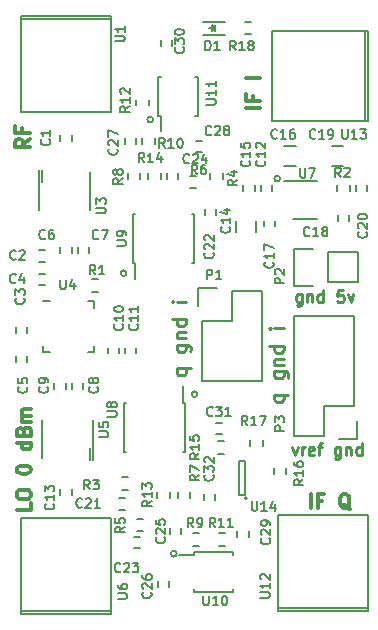
<source format=gto>
G04 #@! TF.FileFunction,Legend,Top*
%FSLAX46Y46*%
G04 Gerber Fmt 4.6, Leading zero omitted, Abs format (unit mm)*
G04 Created by KiCad (PCBNEW 4.0.2-stable) date Mon 07 Mar 2016 02:31:34 PM HST*
%MOMM*%
G01*
G04 APERTURE LIST*
%ADD10C,0.100000*%
%ADD11C,0.200000*%
%ADD12C,0.250000*%
%ADD13C,0.300000*%
%ADD14C,0.150000*%
G04 APERTURE END LIST*
D10*
D11*
X90885000Y-102450000D02*
G75*
G03X90885000Y-102450000I-250000J0D01*
G01*
D12*
X92877857Y-123521428D02*
X94077857Y-123521428D01*
X93620714Y-123521428D02*
X93677857Y-123635714D01*
X93677857Y-123864285D01*
X93620714Y-123978571D01*
X93563571Y-124035714D01*
X93449286Y-124092857D01*
X93106429Y-124092857D01*
X92992143Y-124035714D01*
X92935000Y-123978571D01*
X92877857Y-123864285D01*
X92877857Y-123635714D01*
X92935000Y-123521428D01*
X92877857Y-121521428D02*
X93849286Y-121521428D01*
X93963571Y-121578571D01*
X94020714Y-121635714D01*
X94077857Y-121749999D01*
X94077857Y-121921428D01*
X94020714Y-122035714D01*
X93620714Y-121521428D02*
X93677857Y-121635714D01*
X93677857Y-121864285D01*
X93620714Y-121978571D01*
X93563571Y-122035714D01*
X93449286Y-122092857D01*
X93106429Y-122092857D01*
X92992143Y-122035714D01*
X92935000Y-121978571D01*
X92877857Y-121864285D01*
X92877857Y-121635714D01*
X92935000Y-121521428D01*
X92877857Y-120950000D02*
X93677857Y-120950000D01*
X92992143Y-120950000D02*
X92935000Y-120892857D01*
X92877857Y-120778571D01*
X92877857Y-120607143D01*
X92935000Y-120492857D01*
X93049286Y-120435714D01*
X93677857Y-120435714D01*
X93677857Y-119350000D02*
X92477857Y-119350000D01*
X93620714Y-119350000D02*
X93677857Y-119464286D01*
X93677857Y-119692857D01*
X93620714Y-119807143D01*
X93563571Y-119864286D01*
X93449286Y-119921429D01*
X93106429Y-119921429D01*
X92992143Y-119864286D01*
X92935000Y-119807143D01*
X92877857Y-119692857D01*
X92877857Y-119464286D01*
X92935000Y-119350000D01*
X93677857Y-117864286D02*
X92877857Y-117864286D01*
X92477857Y-117864286D02*
X92535000Y-117921429D01*
X92592143Y-117864286D01*
X92535000Y-117807143D01*
X92477857Y-117864286D01*
X92592143Y-117864286D01*
X101127857Y-125771428D02*
X102327857Y-125771428D01*
X101870714Y-125771428D02*
X101927857Y-125885714D01*
X101927857Y-126114285D01*
X101870714Y-126228571D01*
X101813571Y-126285714D01*
X101699286Y-126342857D01*
X101356429Y-126342857D01*
X101242143Y-126285714D01*
X101185000Y-126228571D01*
X101127857Y-126114285D01*
X101127857Y-125885714D01*
X101185000Y-125771428D01*
X101127857Y-123771428D02*
X102099286Y-123771428D01*
X102213571Y-123828571D01*
X102270714Y-123885714D01*
X102327857Y-123999999D01*
X102327857Y-124171428D01*
X102270714Y-124285714D01*
X101870714Y-123771428D02*
X101927857Y-123885714D01*
X101927857Y-124114285D01*
X101870714Y-124228571D01*
X101813571Y-124285714D01*
X101699286Y-124342857D01*
X101356429Y-124342857D01*
X101242143Y-124285714D01*
X101185000Y-124228571D01*
X101127857Y-124114285D01*
X101127857Y-123885714D01*
X101185000Y-123771428D01*
X101127857Y-123200000D02*
X101927857Y-123200000D01*
X101242143Y-123200000D02*
X101185000Y-123142857D01*
X101127857Y-123028571D01*
X101127857Y-122857143D01*
X101185000Y-122742857D01*
X101299286Y-122685714D01*
X101927857Y-122685714D01*
X101927857Y-121600000D02*
X100727857Y-121600000D01*
X101870714Y-121600000D02*
X101927857Y-121714286D01*
X101927857Y-121942857D01*
X101870714Y-122057143D01*
X101813571Y-122114286D01*
X101699286Y-122171429D01*
X101356429Y-122171429D01*
X101242143Y-122114286D01*
X101185000Y-122057143D01*
X101127857Y-121942857D01*
X101127857Y-121714286D01*
X101185000Y-121600000D01*
X101927857Y-120114286D02*
X101127857Y-120114286D01*
X100727857Y-120114286D02*
X100785000Y-120171429D01*
X100842143Y-120114286D01*
X100785000Y-120057143D01*
X100727857Y-120114286D01*
X100842143Y-120114286D01*
D11*
X101635000Y-107450000D02*
G75*
G03X101635000Y-107450000I-250000J0D01*
G01*
X92885000Y-139200000D02*
G75*
G03X92885000Y-139200000I-250000J0D01*
G01*
X94635000Y-125700000D02*
G75*
G03X94635000Y-125700000I-250000J0D01*
G01*
X88635000Y-115450000D02*
G75*
G03X88635000Y-115450000I-250000J0D01*
G01*
D12*
X103456429Y-117235714D02*
X103456429Y-118045238D01*
X103408810Y-118140476D01*
X103361191Y-118188095D01*
X103265952Y-118235714D01*
X103123095Y-118235714D01*
X103027857Y-118188095D01*
X103456429Y-117854762D02*
X103361191Y-117902381D01*
X103170714Y-117902381D01*
X103075476Y-117854762D01*
X103027857Y-117807143D01*
X102980238Y-117711905D01*
X102980238Y-117426190D01*
X103027857Y-117330952D01*
X103075476Y-117283333D01*
X103170714Y-117235714D01*
X103361191Y-117235714D01*
X103456429Y-117283333D01*
X103932619Y-117235714D02*
X103932619Y-117902381D01*
X103932619Y-117330952D02*
X103980238Y-117283333D01*
X104075476Y-117235714D01*
X104218334Y-117235714D01*
X104313572Y-117283333D01*
X104361191Y-117378571D01*
X104361191Y-117902381D01*
X105265953Y-117902381D02*
X105265953Y-116902381D01*
X105265953Y-117854762D02*
X105170715Y-117902381D01*
X104980238Y-117902381D01*
X104885000Y-117854762D01*
X104837381Y-117807143D01*
X104789762Y-117711905D01*
X104789762Y-117426190D01*
X104837381Y-117330952D01*
X104885000Y-117283333D01*
X104980238Y-117235714D01*
X105170715Y-117235714D01*
X105265953Y-117283333D01*
X106980239Y-116902381D02*
X106504048Y-116902381D01*
X106456429Y-117378571D01*
X106504048Y-117330952D01*
X106599286Y-117283333D01*
X106837382Y-117283333D01*
X106932620Y-117330952D01*
X106980239Y-117378571D01*
X107027858Y-117473810D01*
X107027858Y-117711905D01*
X106980239Y-117807143D01*
X106932620Y-117854762D01*
X106837382Y-117902381D01*
X106599286Y-117902381D01*
X106504048Y-117854762D01*
X106456429Y-117807143D01*
X107361191Y-117235714D02*
X107599286Y-117902381D01*
X107837382Y-117235714D01*
X102634999Y-130185714D02*
X102873094Y-130852381D01*
X103111190Y-130185714D01*
X103492142Y-130852381D02*
X103492142Y-130185714D01*
X103492142Y-130376190D02*
X103539761Y-130280952D01*
X103587380Y-130233333D01*
X103682618Y-130185714D01*
X103777857Y-130185714D01*
X104492143Y-130804762D02*
X104396905Y-130852381D01*
X104206428Y-130852381D01*
X104111190Y-130804762D01*
X104063571Y-130709524D01*
X104063571Y-130328571D01*
X104111190Y-130233333D01*
X104206428Y-130185714D01*
X104396905Y-130185714D01*
X104492143Y-130233333D01*
X104539762Y-130328571D01*
X104539762Y-130423810D01*
X104063571Y-130519048D01*
X104825476Y-130185714D02*
X105206428Y-130185714D01*
X104968333Y-130852381D02*
X104968333Y-129995238D01*
X105015952Y-129900000D01*
X105111190Y-129852381D01*
X105206428Y-129852381D01*
X106730239Y-130185714D02*
X106730239Y-130995238D01*
X106682620Y-131090476D01*
X106635001Y-131138095D01*
X106539762Y-131185714D01*
X106396905Y-131185714D01*
X106301667Y-131138095D01*
X106730239Y-130804762D02*
X106635001Y-130852381D01*
X106444524Y-130852381D01*
X106349286Y-130804762D01*
X106301667Y-130757143D01*
X106254048Y-130661905D01*
X106254048Y-130376190D01*
X106301667Y-130280952D01*
X106349286Y-130233333D01*
X106444524Y-130185714D01*
X106635001Y-130185714D01*
X106730239Y-130233333D01*
X107206429Y-130185714D02*
X107206429Y-130852381D01*
X107206429Y-130280952D02*
X107254048Y-130233333D01*
X107349286Y-130185714D01*
X107492144Y-130185714D01*
X107587382Y-130233333D01*
X107635001Y-130328571D01*
X107635001Y-130852381D01*
X108539763Y-130852381D02*
X108539763Y-129852381D01*
X108539763Y-130804762D02*
X108444525Y-130852381D01*
X108254048Y-130852381D01*
X108158810Y-130804762D01*
X108111191Y-130757143D01*
X108063572Y-130661905D01*
X108063572Y-130376190D01*
X108111191Y-130280952D01*
X108158810Y-130233333D01*
X108254048Y-130185714D01*
X108444525Y-130185714D01*
X108539763Y-130233333D01*
D13*
X104235000Y-135342857D02*
X104235000Y-134142857D01*
X105206429Y-134714286D02*
X104806429Y-134714286D01*
X104806429Y-135342857D02*
X104806429Y-134142857D01*
X105377858Y-134142857D01*
X107549286Y-135457143D02*
X107435001Y-135400000D01*
X107320715Y-135285714D01*
X107149286Y-135114286D01*
X107035001Y-135057143D01*
X106920715Y-135057143D01*
X106977858Y-135342857D02*
X106863572Y-135285714D01*
X106749286Y-135171429D01*
X106692143Y-134942857D01*
X106692143Y-134542857D01*
X106749286Y-134314286D01*
X106863572Y-134200000D01*
X106977858Y-134142857D01*
X107206429Y-134142857D01*
X107320715Y-134200000D01*
X107435001Y-134314286D01*
X107492143Y-134542857D01*
X107492143Y-134942857D01*
X107435001Y-135171429D01*
X107320715Y-135285714D01*
X107206429Y-135342857D01*
X106977858Y-135342857D01*
X99927857Y-101457143D02*
X98727857Y-101457143D01*
X99299286Y-100485714D02*
X99299286Y-100885714D01*
X99927857Y-100885714D02*
X98727857Y-100885714D01*
X98727857Y-100314285D01*
X99927857Y-98942857D02*
X98727857Y-98942857D01*
X80427857Y-104092856D02*
X79856429Y-104492856D01*
X80427857Y-104778571D02*
X79227857Y-104778571D01*
X79227857Y-104321428D01*
X79285000Y-104207142D01*
X79342143Y-104149999D01*
X79456429Y-104092856D01*
X79627857Y-104092856D01*
X79742143Y-104149999D01*
X79799286Y-104207142D01*
X79856429Y-104321428D01*
X79856429Y-104778571D01*
X79799286Y-103178571D02*
X79799286Y-103578571D01*
X80427857Y-103578571D02*
X79227857Y-103578571D01*
X79227857Y-103007142D01*
X80542857Y-134935714D02*
X80542857Y-135507143D01*
X79342857Y-135507143D01*
X79342857Y-134307142D02*
X79342857Y-134078571D01*
X79400000Y-133964285D01*
X79514286Y-133849999D01*
X79742857Y-133792857D01*
X80142857Y-133792857D01*
X80371429Y-133849999D01*
X80485714Y-133964285D01*
X80542857Y-134078571D01*
X80542857Y-134307142D01*
X80485714Y-134421428D01*
X80371429Y-134535714D01*
X80142857Y-134592857D01*
X79742857Y-134592857D01*
X79514286Y-134535714D01*
X79400000Y-134421428D01*
X79342857Y-134307142D01*
X79342857Y-132135713D02*
X79342857Y-132021428D01*
X79400000Y-131907142D01*
X79457143Y-131849999D01*
X79571429Y-131792856D01*
X79800000Y-131735713D01*
X80085714Y-131735713D01*
X80314286Y-131792856D01*
X80428571Y-131849999D01*
X80485714Y-131907142D01*
X80542857Y-132021428D01*
X80542857Y-132135713D01*
X80485714Y-132249999D01*
X80428571Y-132307142D01*
X80314286Y-132364285D01*
X80085714Y-132421428D01*
X79800000Y-132421428D01*
X79571429Y-132364285D01*
X79457143Y-132307142D01*
X79400000Y-132249999D01*
X79342857Y-132135713D01*
X80542857Y-129792856D02*
X79342857Y-129792856D01*
X80485714Y-129792856D02*
X80542857Y-129907142D01*
X80542857Y-130135713D01*
X80485714Y-130249999D01*
X80428571Y-130307142D01*
X80314286Y-130364285D01*
X79971429Y-130364285D01*
X79857143Y-130307142D01*
X79800000Y-130249999D01*
X79742857Y-130135713D01*
X79742857Y-129907142D01*
X79800000Y-129792856D01*
X79914286Y-128821428D02*
X79971429Y-128649999D01*
X80028571Y-128592856D01*
X80142857Y-128535713D01*
X80314286Y-128535713D01*
X80428571Y-128592856D01*
X80485714Y-128649999D01*
X80542857Y-128764285D01*
X80542857Y-129221428D01*
X79342857Y-129221428D01*
X79342857Y-128821428D01*
X79400000Y-128707142D01*
X79457143Y-128649999D01*
X79571429Y-128592856D01*
X79685714Y-128592856D01*
X79800000Y-128649999D01*
X79857143Y-128707142D01*
X79914286Y-128821428D01*
X79914286Y-129221428D01*
X80542857Y-128021428D02*
X79742857Y-128021428D01*
X79857143Y-128021428D02*
X79800000Y-127964285D01*
X79742857Y-127849999D01*
X79742857Y-127678571D01*
X79800000Y-127564285D01*
X79914286Y-127507142D01*
X80542857Y-127507142D01*
X79914286Y-127507142D02*
X79800000Y-127449999D01*
X79742857Y-127335713D01*
X79742857Y-127164285D01*
X79800000Y-127049999D01*
X79914286Y-126992856D01*
X80542857Y-126992856D01*
D14*
X83025000Y-103750000D02*
X83025000Y-104250000D01*
X83975000Y-104250000D02*
X83975000Y-103750000D01*
X81750000Y-113525000D02*
X81250000Y-113525000D01*
X81250000Y-114475000D02*
X81750000Y-114475000D01*
X80225000Y-120500000D02*
X80225000Y-120000000D01*
X79275000Y-120000000D02*
X79275000Y-120500000D01*
X81750000Y-115525000D02*
X81250000Y-115525000D01*
X81250000Y-116475000D02*
X81750000Y-116475000D01*
X79275000Y-122500000D02*
X79275000Y-123000000D01*
X80225000Y-123000000D02*
X80225000Y-122500000D01*
X84525000Y-113250000D02*
X84525000Y-113750000D01*
X85475000Y-113750000D02*
X85475000Y-113250000D01*
X84975000Y-125250000D02*
X84975000Y-124750000D01*
X84025000Y-124750000D02*
X84025000Y-125250000D01*
X83475000Y-125250000D02*
X83475000Y-124750000D01*
X82525000Y-124750000D02*
X82525000Y-125250000D01*
X87025000Y-121750000D02*
X87025000Y-122250000D01*
X87975000Y-122250000D02*
X87975000Y-121750000D01*
X88525000Y-121750000D02*
X88525000Y-122250000D01*
X89475000Y-122250000D02*
X89475000Y-121750000D01*
X100975000Y-108500000D02*
X100975000Y-108000000D01*
X100025000Y-108000000D02*
X100025000Y-108500000D01*
X83975000Y-134250000D02*
X83975000Y-133750000D01*
X83025000Y-133750000D02*
X83025000Y-134250000D01*
X97900000Y-111000000D02*
X97900000Y-112000000D01*
X99600000Y-112000000D02*
X99600000Y-111000000D01*
X99475000Y-108500000D02*
X99475000Y-108000000D01*
X98525000Y-108000000D02*
X98525000Y-108500000D01*
X103000000Y-104650000D02*
X102000000Y-104650000D01*
X102000000Y-106350000D02*
X103000000Y-106350000D01*
X100275000Y-111000000D02*
X100275000Y-111500000D01*
X101225000Y-111500000D02*
X101225000Y-111000000D01*
X106525000Y-110500000D02*
X106525000Y-111000000D01*
X107475000Y-111000000D02*
X107475000Y-110500000D01*
X107000000Y-104650000D02*
X106000000Y-104650000D01*
X106000000Y-106350000D02*
X107000000Y-106350000D01*
X108025000Y-108000000D02*
X108025000Y-108500000D01*
X108975000Y-108500000D02*
X108975000Y-108000000D01*
X94980000Y-119520000D02*
X94980000Y-124600000D01*
X94700000Y-116700000D02*
X96250000Y-116700000D01*
X97520000Y-116980000D02*
X97520000Y-119520000D01*
X97520000Y-119520000D02*
X94980000Y-119520000D01*
X94980000Y-124600000D02*
X100060000Y-124600000D01*
X100060000Y-124600000D02*
X100060000Y-119520000D01*
X94700000Y-116700000D02*
X94700000Y-118250000D01*
X100060000Y-116980000D02*
X97520000Y-116980000D01*
X100060000Y-119520000D02*
X100060000Y-116980000D01*
X105655000Y-113680000D02*
X108195000Y-113680000D01*
X102835000Y-113400000D02*
X104385000Y-113400000D01*
X105655000Y-113680000D02*
X105655000Y-116220000D01*
X104385000Y-116500000D02*
X102835000Y-116500000D01*
X102835000Y-116500000D02*
X102835000Y-113400000D01*
X105655000Y-116220000D02*
X108195000Y-116220000D01*
X108195000Y-116220000D02*
X108195000Y-113680000D01*
X85750000Y-117025000D02*
X86250000Y-117025000D01*
X86250000Y-115975000D02*
X85750000Y-115975000D01*
X107525000Y-108500000D02*
X107525000Y-108000000D01*
X106475000Y-108000000D02*
X106475000Y-108500000D01*
X79690000Y-93936000D02*
X87310000Y-93936000D01*
X79690000Y-93682000D02*
X79690000Y-94190000D01*
X87310000Y-93682000D02*
X79690000Y-93682000D01*
X87310000Y-93682000D02*
X87310000Y-94190000D01*
X79690000Y-101810000D02*
X79690000Y-94190000D01*
X87310000Y-101810000D02*
X79690000Y-101810000D01*
X87310000Y-94190000D02*
X87310000Y-101810000D01*
X81214000Y-106722000D02*
X81214000Y-106976000D01*
X81468000Y-106722000D02*
X81468000Y-106976000D01*
X81468000Y-106976000D02*
X81468000Y-107738000D01*
X81214000Y-106910000D02*
X81214000Y-110090000D01*
X85532000Y-106910000D02*
X85532000Y-110090000D01*
X85900000Y-117850000D02*
X85900000Y-118375000D01*
X81600000Y-122150000D02*
X81600000Y-121625000D01*
X85900000Y-122150000D02*
X85900000Y-121625000D01*
X81600000Y-117850000D02*
X82125000Y-117850000D01*
X81600000Y-122150000D02*
X82125000Y-122150000D01*
X85900000Y-122150000D02*
X85375000Y-122150000D01*
X85900000Y-117850000D02*
X85375000Y-117850000D01*
X85786000Y-131278000D02*
X85786000Y-131024000D01*
X85532000Y-131278000D02*
X85532000Y-131024000D01*
X85532000Y-131024000D02*
X85532000Y-130262000D01*
X85786000Y-131090000D02*
X85786000Y-127910000D01*
X81468000Y-131090000D02*
X81468000Y-127910000D01*
X87310000Y-144064000D02*
X79690000Y-144064000D01*
X87310000Y-144318000D02*
X87310000Y-143810000D01*
X79690000Y-144318000D02*
X87310000Y-144318000D01*
X79690000Y-144318000D02*
X79690000Y-143810000D01*
X87310000Y-136190000D02*
X87310000Y-143810000D01*
X79690000Y-136190000D02*
X87310000Y-136190000D01*
X79690000Y-143810000D02*
X79690000Y-136190000D01*
X102700000Y-110875000D02*
X104800000Y-110875000D01*
X101925000Y-107625000D02*
X104800000Y-107625000D01*
X88000000Y-135475000D02*
X88500000Y-135475000D01*
X88500000Y-134525000D02*
X88000000Y-134525000D01*
X96225000Y-110500000D02*
X96225000Y-110000000D01*
X95275000Y-110000000D02*
X95275000Y-110500000D01*
X89750000Y-137775000D02*
X89250000Y-137775000D01*
X89250000Y-138725000D02*
X89750000Y-138725000D01*
X92975000Y-107500000D02*
X92975000Y-107000000D01*
X92025000Y-107000000D02*
X92025000Y-107500000D01*
X93225000Y-137500000D02*
X93225000Y-137000000D01*
X92275000Y-137000000D02*
X92275000Y-137500000D01*
X91275000Y-141500000D02*
X91275000Y-142000000D01*
X92225000Y-142000000D02*
X92225000Y-141500000D01*
X88525000Y-104000000D02*
X88525000Y-104500000D01*
X89475000Y-104500000D02*
X89475000Y-104000000D01*
X94500000Y-105225000D02*
X95000000Y-105225000D01*
X95000000Y-104275000D02*
X94500000Y-104275000D01*
X98975000Y-137750000D02*
X98975000Y-137250000D01*
X98025000Y-137250000D02*
X98025000Y-137750000D01*
X92475000Y-96250000D02*
X92475000Y-95750000D01*
X91525000Y-95750000D02*
X91525000Y-96250000D01*
X88250000Y-133775000D02*
X88750000Y-133775000D01*
X88750000Y-132725000D02*
X88250000Y-132725000D01*
X95725000Y-107000000D02*
X95725000Y-107500000D01*
X96775000Y-107500000D02*
X96775000Y-107000000D01*
X89500000Y-137275000D02*
X90000000Y-137275000D01*
X90000000Y-136225000D02*
X89500000Y-136225000D01*
X94500000Y-107225000D02*
X94000000Y-107225000D01*
X94000000Y-108275000D02*
X94500000Y-108275000D01*
X92975000Y-134000000D02*
X92975000Y-134500000D01*
X94025000Y-134500000D02*
X94025000Y-134000000D01*
X89775000Y-107500000D02*
X89775000Y-107000000D01*
X88725000Y-107000000D02*
X88725000Y-107500000D01*
X94250000Y-138525000D02*
X94750000Y-138525000D01*
X94750000Y-137475000D02*
X94250000Y-137475000D01*
X89975000Y-104000000D02*
X89975000Y-104500000D01*
X91025000Y-104500000D02*
X91025000Y-104000000D01*
X96500000Y-138525000D02*
X97000000Y-138525000D01*
X97000000Y-137475000D02*
X96500000Y-137475000D01*
X90525000Y-101250000D02*
X90525000Y-100750000D01*
X89475000Y-100750000D02*
X89475000Y-101250000D01*
X92275000Y-134500000D02*
X92275000Y-134000000D01*
X91225000Y-134000000D02*
X91225000Y-134500000D01*
X90475000Y-107000000D02*
X90475000Y-107500000D01*
X91525000Y-107500000D02*
X91525000Y-107000000D01*
X93575000Y-126425000D02*
X93430000Y-126425000D01*
X93575000Y-130575000D02*
X93430000Y-130575000D01*
X88425000Y-130575000D02*
X88570000Y-130575000D01*
X88425000Y-126425000D02*
X88570000Y-126425000D01*
X93575000Y-126425000D02*
X93575000Y-130575000D01*
X88425000Y-126425000D02*
X88425000Y-130575000D01*
X93430000Y-126425000D02*
X93430000Y-125025000D01*
X89175000Y-114575000D02*
X89320000Y-114575000D01*
X89175000Y-110425000D02*
X89320000Y-110425000D01*
X94325000Y-110425000D02*
X94180000Y-110425000D01*
X94325000Y-114575000D02*
X94180000Y-114575000D01*
X89175000Y-114575000D02*
X89175000Y-110425000D01*
X94325000Y-114575000D02*
X94325000Y-110425000D01*
X89320000Y-114575000D02*
X89320000Y-115975000D01*
X94325000Y-139075000D02*
X94325000Y-139325000D01*
X97675000Y-139075000D02*
X97675000Y-139325000D01*
X97675000Y-142425000D02*
X97675000Y-142175000D01*
X94325000Y-142425000D02*
X94325000Y-142175000D01*
X94325000Y-139075000D02*
X97675000Y-139075000D01*
X94325000Y-142425000D02*
X97675000Y-142425000D01*
X94325000Y-139325000D02*
X93075000Y-139325000D01*
X91325000Y-102175000D02*
X91575000Y-102175000D01*
X91325000Y-98825000D02*
X91575000Y-98825000D01*
X94675000Y-98825000D02*
X94425000Y-98825000D01*
X94675000Y-102175000D02*
X94425000Y-102175000D01*
X91325000Y-102175000D02*
X91325000Y-98825000D01*
X94675000Y-102175000D02*
X94675000Y-98825000D01*
X91575000Y-102175000D02*
X91575000Y-103425000D01*
X109060000Y-143814000D02*
X101440000Y-143814000D01*
X109060000Y-144068000D02*
X109060000Y-143560000D01*
X101440000Y-144068000D02*
X109060000Y-144068000D01*
X101440000Y-144068000D02*
X101440000Y-143560000D01*
X109060000Y-135940000D02*
X109060000Y-143560000D01*
X101440000Y-135940000D02*
X109060000Y-135940000D01*
X101440000Y-143560000D02*
X101440000Y-135940000D01*
X108814000Y-94940000D02*
X108814000Y-102560000D01*
X109068000Y-94940000D02*
X108560000Y-94940000D01*
X109068000Y-102560000D02*
X109068000Y-94940000D01*
X109068000Y-102560000D02*
X108560000Y-102560000D01*
X100940000Y-94940000D02*
X108560000Y-94940000D01*
X100940000Y-102560000D02*
X100940000Y-94940000D01*
X108560000Y-102560000D02*
X100940000Y-102560000D01*
X96685000Y-128125000D02*
X96185000Y-128125000D01*
X96185000Y-129075000D02*
X96685000Y-129075000D01*
X95160000Y-134150000D02*
X95160000Y-134650000D01*
X96110000Y-134650000D02*
X96110000Y-134150000D01*
X83025000Y-113250000D02*
X83025000Y-113750000D01*
X83975000Y-113750000D02*
X83975000Y-113250000D01*
X96885000Y-129675000D02*
X96385000Y-129675000D01*
X96385000Y-130725000D02*
X96885000Y-130725000D01*
X102160000Y-132450000D02*
X102160000Y-131950000D01*
X101110000Y-131950000D02*
X101110000Y-132450000D01*
X100160000Y-130050000D02*
X100160000Y-129550000D01*
X99110000Y-129550000D02*
X99110000Y-130050000D01*
X107905000Y-126680000D02*
X107905000Y-119060000D01*
X107905000Y-119060000D02*
X102825000Y-119060000D01*
X102825000Y-119060000D02*
X102825000Y-129220000D01*
X102825000Y-129220000D02*
X105365000Y-129220000D01*
X106635000Y-129500000D02*
X108185000Y-129500000D01*
X105365000Y-129220000D02*
X105365000Y-126680000D01*
X105365000Y-126680000D02*
X107905000Y-126680000D01*
X108185000Y-129500000D02*
X108185000Y-127950000D01*
X98835000Y-134500000D02*
G75*
G03X98835000Y-134500000I-100000J0D01*
G01*
X98185000Y-134250000D02*
X98685000Y-134250000D01*
X98185000Y-131350000D02*
X98185000Y-134250000D01*
X98685000Y-131350000D02*
X98185000Y-131350000D01*
X98685000Y-134250000D02*
X98685000Y-131350000D01*
X96985000Y-94150000D02*
X95085000Y-94150000D01*
X96985000Y-95250000D02*
X95085000Y-95250000D01*
X96085000Y-94700000D02*
X95635000Y-94700000D01*
X96135000Y-94950000D02*
X96135000Y-94450000D01*
X96135000Y-94700000D02*
X95885000Y-94950000D01*
X95885000Y-94950000D02*
X95885000Y-94450000D01*
X95885000Y-94450000D02*
X96135000Y-94700000D01*
X98685000Y-95225000D02*
X99185000Y-95225000D01*
X99185000Y-94175000D02*
X98685000Y-94175000D01*
X82085714Y-104133333D02*
X82123810Y-104171428D01*
X82161905Y-104285714D01*
X82161905Y-104361904D01*
X82123810Y-104476190D01*
X82047619Y-104552381D01*
X81971429Y-104590476D01*
X81819048Y-104628571D01*
X81704762Y-104628571D01*
X81552381Y-104590476D01*
X81476190Y-104552381D01*
X81400000Y-104476190D01*
X81361905Y-104361904D01*
X81361905Y-104285714D01*
X81400000Y-104171428D01*
X81438095Y-104133333D01*
X82161905Y-103371428D02*
X82161905Y-103828571D01*
X82161905Y-103600000D02*
X81361905Y-103600000D01*
X81476190Y-103676190D01*
X81552381Y-103752381D01*
X81590476Y-103828571D01*
X79251667Y-114235714D02*
X79213572Y-114273810D01*
X79099286Y-114311905D01*
X79023096Y-114311905D01*
X78908810Y-114273810D01*
X78832619Y-114197619D01*
X78794524Y-114121429D01*
X78756429Y-113969048D01*
X78756429Y-113854762D01*
X78794524Y-113702381D01*
X78832619Y-113626190D01*
X78908810Y-113550000D01*
X79023096Y-113511905D01*
X79099286Y-113511905D01*
X79213572Y-113550000D01*
X79251667Y-113588095D01*
X79556429Y-113588095D02*
X79594524Y-113550000D01*
X79670715Y-113511905D01*
X79861191Y-113511905D01*
X79937381Y-113550000D01*
X79975477Y-113588095D01*
X80013572Y-113664286D01*
X80013572Y-113740476D01*
X79975477Y-113854762D01*
X79518334Y-114311905D01*
X80013572Y-114311905D01*
X79920714Y-117583333D02*
X79958810Y-117621428D01*
X79996905Y-117735714D01*
X79996905Y-117811904D01*
X79958810Y-117926190D01*
X79882619Y-118002381D01*
X79806429Y-118040476D01*
X79654048Y-118078571D01*
X79539762Y-118078571D01*
X79387381Y-118040476D01*
X79311190Y-118002381D01*
X79235000Y-117926190D01*
X79196905Y-117811904D01*
X79196905Y-117735714D01*
X79235000Y-117621428D01*
X79273095Y-117583333D01*
X79196905Y-117316666D02*
X79196905Y-116821428D01*
X79501667Y-117088095D01*
X79501667Y-116973809D01*
X79539762Y-116897619D01*
X79577857Y-116859523D01*
X79654048Y-116821428D01*
X79844524Y-116821428D01*
X79920714Y-116859523D01*
X79958810Y-116897619D01*
X79996905Y-116973809D01*
X79996905Y-117202381D01*
X79958810Y-117278571D01*
X79920714Y-117316666D01*
X79251667Y-116235714D02*
X79213572Y-116273810D01*
X79099286Y-116311905D01*
X79023096Y-116311905D01*
X78908810Y-116273810D01*
X78832619Y-116197619D01*
X78794524Y-116121429D01*
X78756429Y-115969048D01*
X78756429Y-115854762D01*
X78794524Y-115702381D01*
X78832619Y-115626190D01*
X78908810Y-115550000D01*
X79023096Y-115511905D01*
X79099286Y-115511905D01*
X79213572Y-115550000D01*
X79251667Y-115588095D01*
X79937381Y-115778571D02*
X79937381Y-116311905D01*
X79746905Y-115473810D02*
X79556429Y-116045238D01*
X80051667Y-116045238D01*
X80170714Y-125083333D02*
X80208810Y-125121428D01*
X80246905Y-125235714D01*
X80246905Y-125311904D01*
X80208810Y-125426190D01*
X80132619Y-125502381D01*
X80056429Y-125540476D01*
X79904048Y-125578571D01*
X79789762Y-125578571D01*
X79637381Y-125540476D01*
X79561190Y-125502381D01*
X79485000Y-125426190D01*
X79446905Y-125311904D01*
X79446905Y-125235714D01*
X79485000Y-125121428D01*
X79523095Y-125083333D01*
X79446905Y-124359523D02*
X79446905Y-124740476D01*
X79827857Y-124778571D01*
X79789762Y-124740476D01*
X79751667Y-124664285D01*
X79751667Y-124473809D01*
X79789762Y-124397619D01*
X79827857Y-124359523D01*
X79904048Y-124321428D01*
X80094524Y-124321428D01*
X80170714Y-124359523D01*
X80208810Y-124397619D01*
X80246905Y-124473809D01*
X80246905Y-124664285D01*
X80208810Y-124740476D01*
X80170714Y-124778571D01*
X86251667Y-112485714D02*
X86213572Y-112523810D01*
X86099286Y-112561905D01*
X86023096Y-112561905D01*
X85908810Y-112523810D01*
X85832619Y-112447619D01*
X85794524Y-112371429D01*
X85756429Y-112219048D01*
X85756429Y-112104762D01*
X85794524Y-111952381D01*
X85832619Y-111876190D01*
X85908810Y-111800000D01*
X86023096Y-111761905D01*
X86099286Y-111761905D01*
X86213572Y-111800000D01*
X86251667Y-111838095D01*
X86518334Y-111761905D02*
X87051667Y-111761905D01*
X86708810Y-112561905D01*
X86170714Y-125083333D02*
X86208810Y-125121428D01*
X86246905Y-125235714D01*
X86246905Y-125311904D01*
X86208810Y-125426190D01*
X86132619Y-125502381D01*
X86056429Y-125540476D01*
X85904048Y-125578571D01*
X85789762Y-125578571D01*
X85637381Y-125540476D01*
X85561190Y-125502381D01*
X85485000Y-125426190D01*
X85446905Y-125311904D01*
X85446905Y-125235714D01*
X85485000Y-125121428D01*
X85523095Y-125083333D01*
X85789762Y-124626190D02*
X85751667Y-124702381D01*
X85713571Y-124740476D01*
X85637381Y-124778571D01*
X85599286Y-124778571D01*
X85523095Y-124740476D01*
X85485000Y-124702381D01*
X85446905Y-124626190D01*
X85446905Y-124473809D01*
X85485000Y-124397619D01*
X85523095Y-124359523D01*
X85599286Y-124321428D01*
X85637381Y-124321428D01*
X85713571Y-124359523D01*
X85751667Y-124397619D01*
X85789762Y-124473809D01*
X85789762Y-124626190D01*
X85827857Y-124702381D01*
X85865952Y-124740476D01*
X85942143Y-124778571D01*
X86094524Y-124778571D01*
X86170714Y-124740476D01*
X86208810Y-124702381D01*
X86246905Y-124626190D01*
X86246905Y-124473809D01*
X86208810Y-124397619D01*
X86170714Y-124359523D01*
X86094524Y-124321428D01*
X85942143Y-124321428D01*
X85865952Y-124359523D01*
X85827857Y-124397619D01*
X85789762Y-124473809D01*
X81920714Y-125083333D02*
X81958810Y-125121428D01*
X81996905Y-125235714D01*
X81996905Y-125311904D01*
X81958810Y-125426190D01*
X81882619Y-125502381D01*
X81806429Y-125540476D01*
X81654048Y-125578571D01*
X81539762Y-125578571D01*
X81387381Y-125540476D01*
X81311190Y-125502381D01*
X81235000Y-125426190D01*
X81196905Y-125311904D01*
X81196905Y-125235714D01*
X81235000Y-125121428D01*
X81273095Y-125083333D01*
X81996905Y-124702381D02*
X81996905Y-124550000D01*
X81958810Y-124473809D01*
X81920714Y-124435714D01*
X81806429Y-124359523D01*
X81654048Y-124321428D01*
X81349286Y-124321428D01*
X81273095Y-124359523D01*
X81235000Y-124397619D01*
X81196905Y-124473809D01*
X81196905Y-124626190D01*
X81235000Y-124702381D01*
X81273095Y-124740476D01*
X81349286Y-124778571D01*
X81539762Y-124778571D01*
X81615952Y-124740476D01*
X81654048Y-124702381D01*
X81692143Y-124626190D01*
X81692143Y-124473809D01*
X81654048Y-124397619D01*
X81615952Y-124359523D01*
X81539762Y-124321428D01*
X88285714Y-119764286D02*
X88323810Y-119802381D01*
X88361905Y-119916667D01*
X88361905Y-119992857D01*
X88323810Y-120107143D01*
X88247619Y-120183334D01*
X88171429Y-120221429D01*
X88019048Y-120259524D01*
X87904762Y-120259524D01*
X87752381Y-120221429D01*
X87676190Y-120183334D01*
X87600000Y-120107143D01*
X87561905Y-119992857D01*
X87561905Y-119916667D01*
X87600000Y-119802381D01*
X87638095Y-119764286D01*
X88361905Y-119002381D02*
X88361905Y-119459524D01*
X88361905Y-119230953D02*
X87561905Y-119230953D01*
X87676190Y-119307143D01*
X87752381Y-119383334D01*
X87790476Y-119459524D01*
X87561905Y-118507143D02*
X87561905Y-118430952D01*
X87600000Y-118354762D01*
X87638095Y-118316667D01*
X87714286Y-118278571D01*
X87866667Y-118240476D01*
X88057143Y-118240476D01*
X88209524Y-118278571D01*
X88285714Y-118316667D01*
X88323810Y-118354762D01*
X88361905Y-118430952D01*
X88361905Y-118507143D01*
X88323810Y-118583333D01*
X88285714Y-118621429D01*
X88209524Y-118659524D01*
X88057143Y-118697619D01*
X87866667Y-118697619D01*
X87714286Y-118659524D01*
X87638095Y-118621429D01*
X87600000Y-118583333D01*
X87561905Y-118507143D01*
X89535714Y-119764286D02*
X89573810Y-119802381D01*
X89611905Y-119916667D01*
X89611905Y-119992857D01*
X89573810Y-120107143D01*
X89497619Y-120183334D01*
X89421429Y-120221429D01*
X89269048Y-120259524D01*
X89154762Y-120259524D01*
X89002381Y-120221429D01*
X88926190Y-120183334D01*
X88850000Y-120107143D01*
X88811905Y-119992857D01*
X88811905Y-119916667D01*
X88850000Y-119802381D01*
X88888095Y-119764286D01*
X89611905Y-119002381D02*
X89611905Y-119459524D01*
X89611905Y-119230953D02*
X88811905Y-119230953D01*
X88926190Y-119307143D01*
X89002381Y-119383334D01*
X89040476Y-119459524D01*
X89611905Y-118240476D02*
X89611905Y-118697619D01*
X89611905Y-118469048D02*
X88811905Y-118469048D01*
X88926190Y-118545238D01*
X89002381Y-118621429D01*
X89040476Y-118697619D01*
X100320714Y-105914286D02*
X100358810Y-105952381D01*
X100396905Y-106066667D01*
X100396905Y-106142857D01*
X100358810Y-106257143D01*
X100282619Y-106333334D01*
X100206429Y-106371429D01*
X100054048Y-106409524D01*
X99939762Y-106409524D01*
X99787381Y-106371429D01*
X99711190Y-106333334D01*
X99635000Y-106257143D01*
X99596905Y-106142857D01*
X99596905Y-106066667D01*
X99635000Y-105952381D01*
X99673095Y-105914286D01*
X100396905Y-105152381D02*
X100396905Y-105609524D01*
X100396905Y-105380953D02*
X99596905Y-105380953D01*
X99711190Y-105457143D01*
X99787381Y-105533334D01*
X99825476Y-105609524D01*
X99673095Y-104847619D02*
X99635000Y-104809524D01*
X99596905Y-104733333D01*
X99596905Y-104542857D01*
X99635000Y-104466667D01*
X99673095Y-104428571D01*
X99749286Y-104390476D01*
X99825476Y-104390476D01*
X99939762Y-104428571D01*
X100396905Y-104885714D01*
X100396905Y-104390476D01*
X82420714Y-134964286D02*
X82458810Y-135002381D01*
X82496905Y-135116667D01*
X82496905Y-135192857D01*
X82458810Y-135307143D01*
X82382619Y-135383334D01*
X82306429Y-135421429D01*
X82154048Y-135459524D01*
X82039762Y-135459524D01*
X81887381Y-135421429D01*
X81811190Y-135383334D01*
X81735000Y-135307143D01*
X81696905Y-135192857D01*
X81696905Y-135116667D01*
X81735000Y-135002381D01*
X81773095Y-134964286D01*
X82496905Y-134202381D02*
X82496905Y-134659524D01*
X82496905Y-134430953D02*
X81696905Y-134430953D01*
X81811190Y-134507143D01*
X81887381Y-134583334D01*
X81925476Y-134659524D01*
X81696905Y-133935714D02*
X81696905Y-133440476D01*
X82001667Y-133707143D01*
X82001667Y-133592857D01*
X82039762Y-133516667D01*
X82077857Y-133478571D01*
X82154048Y-133440476D01*
X82344524Y-133440476D01*
X82420714Y-133478571D01*
X82458810Y-133516667D01*
X82496905Y-133592857D01*
X82496905Y-133821429D01*
X82458810Y-133897619D01*
X82420714Y-133935714D01*
X97320714Y-111514286D02*
X97358810Y-111552381D01*
X97396905Y-111666667D01*
X97396905Y-111742857D01*
X97358810Y-111857143D01*
X97282619Y-111933334D01*
X97206429Y-111971429D01*
X97054048Y-112009524D01*
X96939762Y-112009524D01*
X96787381Y-111971429D01*
X96711190Y-111933334D01*
X96635000Y-111857143D01*
X96596905Y-111742857D01*
X96596905Y-111666667D01*
X96635000Y-111552381D01*
X96673095Y-111514286D01*
X97396905Y-110752381D02*
X97396905Y-111209524D01*
X97396905Y-110980953D02*
X96596905Y-110980953D01*
X96711190Y-111057143D01*
X96787381Y-111133334D01*
X96825476Y-111209524D01*
X96863571Y-110066667D02*
X97396905Y-110066667D01*
X96558810Y-110257143D02*
X97130238Y-110447619D01*
X97130238Y-109952381D01*
X99020714Y-105914286D02*
X99058810Y-105952381D01*
X99096905Y-106066667D01*
X99096905Y-106142857D01*
X99058810Y-106257143D01*
X98982619Y-106333334D01*
X98906429Y-106371429D01*
X98754048Y-106409524D01*
X98639762Y-106409524D01*
X98487381Y-106371429D01*
X98411190Y-106333334D01*
X98335000Y-106257143D01*
X98296905Y-106142857D01*
X98296905Y-106066667D01*
X98335000Y-105952381D01*
X98373095Y-105914286D01*
X99096905Y-105152381D02*
X99096905Y-105609524D01*
X99096905Y-105380953D02*
X98296905Y-105380953D01*
X98411190Y-105457143D01*
X98487381Y-105533334D01*
X98525476Y-105609524D01*
X98296905Y-104428571D02*
X98296905Y-104809524D01*
X98677857Y-104847619D01*
X98639762Y-104809524D01*
X98601667Y-104733333D01*
X98601667Y-104542857D01*
X98639762Y-104466667D01*
X98677857Y-104428571D01*
X98754048Y-104390476D01*
X98944524Y-104390476D01*
X99020714Y-104428571D01*
X99058810Y-104466667D01*
X99096905Y-104542857D01*
X99096905Y-104733333D01*
X99058810Y-104809524D01*
X99020714Y-104847619D01*
X101370714Y-103985714D02*
X101332619Y-104023810D01*
X101218333Y-104061905D01*
X101142143Y-104061905D01*
X101027857Y-104023810D01*
X100951666Y-103947619D01*
X100913571Y-103871429D01*
X100875476Y-103719048D01*
X100875476Y-103604762D01*
X100913571Y-103452381D01*
X100951666Y-103376190D01*
X101027857Y-103300000D01*
X101142143Y-103261905D01*
X101218333Y-103261905D01*
X101332619Y-103300000D01*
X101370714Y-103338095D01*
X102132619Y-104061905D02*
X101675476Y-104061905D01*
X101904047Y-104061905D02*
X101904047Y-103261905D01*
X101827857Y-103376190D01*
X101751666Y-103452381D01*
X101675476Y-103490476D01*
X102818333Y-103261905D02*
X102665952Y-103261905D01*
X102589762Y-103300000D01*
X102551667Y-103338095D01*
X102475476Y-103452381D01*
X102437381Y-103604762D01*
X102437381Y-103909524D01*
X102475476Y-103985714D01*
X102513571Y-104023810D01*
X102589762Y-104061905D01*
X102742143Y-104061905D01*
X102818333Y-104023810D01*
X102856429Y-103985714D01*
X102894524Y-103909524D01*
X102894524Y-103719048D01*
X102856429Y-103642857D01*
X102818333Y-103604762D01*
X102742143Y-103566667D01*
X102589762Y-103566667D01*
X102513571Y-103604762D01*
X102475476Y-103642857D01*
X102437381Y-103719048D01*
X101020714Y-114514286D02*
X101058810Y-114552381D01*
X101096905Y-114666667D01*
X101096905Y-114742857D01*
X101058810Y-114857143D01*
X100982619Y-114933334D01*
X100906429Y-114971429D01*
X100754048Y-115009524D01*
X100639762Y-115009524D01*
X100487381Y-114971429D01*
X100411190Y-114933334D01*
X100335000Y-114857143D01*
X100296905Y-114742857D01*
X100296905Y-114666667D01*
X100335000Y-114552381D01*
X100373095Y-114514286D01*
X101096905Y-113752381D02*
X101096905Y-114209524D01*
X101096905Y-113980953D02*
X100296905Y-113980953D01*
X100411190Y-114057143D01*
X100487381Y-114133334D01*
X100525476Y-114209524D01*
X100296905Y-113485714D02*
X100296905Y-112952381D01*
X101096905Y-113295238D01*
X104120714Y-112235714D02*
X104082619Y-112273810D01*
X103968333Y-112311905D01*
X103892143Y-112311905D01*
X103777857Y-112273810D01*
X103701666Y-112197619D01*
X103663571Y-112121429D01*
X103625476Y-111969048D01*
X103625476Y-111854762D01*
X103663571Y-111702381D01*
X103701666Y-111626190D01*
X103777857Y-111550000D01*
X103892143Y-111511905D01*
X103968333Y-111511905D01*
X104082619Y-111550000D01*
X104120714Y-111588095D01*
X104882619Y-112311905D02*
X104425476Y-112311905D01*
X104654047Y-112311905D02*
X104654047Y-111511905D01*
X104577857Y-111626190D01*
X104501666Y-111702381D01*
X104425476Y-111740476D01*
X105339762Y-111854762D02*
X105263571Y-111816667D01*
X105225476Y-111778571D01*
X105187381Y-111702381D01*
X105187381Y-111664286D01*
X105225476Y-111588095D01*
X105263571Y-111550000D01*
X105339762Y-111511905D01*
X105492143Y-111511905D01*
X105568333Y-111550000D01*
X105606429Y-111588095D01*
X105644524Y-111664286D01*
X105644524Y-111702381D01*
X105606429Y-111778571D01*
X105568333Y-111816667D01*
X105492143Y-111854762D01*
X105339762Y-111854762D01*
X105263571Y-111892857D01*
X105225476Y-111930952D01*
X105187381Y-112007143D01*
X105187381Y-112159524D01*
X105225476Y-112235714D01*
X105263571Y-112273810D01*
X105339762Y-112311905D01*
X105492143Y-112311905D01*
X105568333Y-112273810D01*
X105606429Y-112235714D01*
X105644524Y-112159524D01*
X105644524Y-112007143D01*
X105606429Y-111930952D01*
X105568333Y-111892857D01*
X105492143Y-111854762D01*
X104620714Y-103985714D02*
X104582619Y-104023810D01*
X104468333Y-104061905D01*
X104392143Y-104061905D01*
X104277857Y-104023810D01*
X104201666Y-103947619D01*
X104163571Y-103871429D01*
X104125476Y-103719048D01*
X104125476Y-103604762D01*
X104163571Y-103452381D01*
X104201666Y-103376190D01*
X104277857Y-103300000D01*
X104392143Y-103261905D01*
X104468333Y-103261905D01*
X104582619Y-103300000D01*
X104620714Y-103338095D01*
X105382619Y-104061905D02*
X104925476Y-104061905D01*
X105154047Y-104061905D02*
X105154047Y-103261905D01*
X105077857Y-103376190D01*
X105001666Y-103452381D01*
X104925476Y-103490476D01*
X105763571Y-104061905D02*
X105915952Y-104061905D01*
X105992143Y-104023810D01*
X106030238Y-103985714D01*
X106106429Y-103871429D01*
X106144524Y-103719048D01*
X106144524Y-103414286D01*
X106106429Y-103338095D01*
X106068333Y-103300000D01*
X105992143Y-103261905D01*
X105839762Y-103261905D01*
X105763571Y-103300000D01*
X105725476Y-103338095D01*
X105687381Y-103414286D01*
X105687381Y-103604762D01*
X105725476Y-103680952D01*
X105763571Y-103719048D01*
X105839762Y-103757143D01*
X105992143Y-103757143D01*
X106068333Y-103719048D01*
X106106429Y-103680952D01*
X106144524Y-103604762D01*
X108920714Y-111964286D02*
X108958810Y-112002381D01*
X108996905Y-112116667D01*
X108996905Y-112192857D01*
X108958810Y-112307143D01*
X108882619Y-112383334D01*
X108806429Y-112421429D01*
X108654048Y-112459524D01*
X108539762Y-112459524D01*
X108387381Y-112421429D01*
X108311190Y-112383334D01*
X108235000Y-112307143D01*
X108196905Y-112192857D01*
X108196905Y-112116667D01*
X108235000Y-112002381D01*
X108273095Y-111964286D01*
X108273095Y-111659524D02*
X108235000Y-111621429D01*
X108196905Y-111545238D01*
X108196905Y-111354762D01*
X108235000Y-111278572D01*
X108273095Y-111240476D01*
X108349286Y-111202381D01*
X108425476Y-111202381D01*
X108539762Y-111240476D01*
X108996905Y-111697619D01*
X108996905Y-111202381D01*
X108196905Y-110707143D02*
X108196905Y-110630952D01*
X108235000Y-110554762D01*
X108273095Y-110516667D01*
X108349286Y-110478571D01*
X108501667Y-110440476D01*
X108692143Y-110440476D01*
X108844524Y-110478571D01*
X108920714Y-110516667D01*
X108958810Y-110554762D01*
X108996905Y-110630952D01*
X108996905Y-110707143D01*
X108958810Y-110783333D01*
X108920714Y-110821429D01*
X108844524Y-110859524D01*
X108692143Y-110897619D01*
X108501667Y-110897619D01*
X108349286Y-110859524D01*
X108273095Y-110821429D01*
X108235000Y-110783333D01*
X108196905Y-110707143D01*
X95444524Y-115961905D02*
X95444524Y-115161905D01*
X95749286Y-115161905D01*
X95825477Y-115200000D01*
X95863572Y-115238095D01*
X95901667Y-115314286D01*
X95901667Y-115428571D01*
X95863572Y-115504762D01*
X95825477Y-115542857D01*
X95749286Y-115580952D01*
X95444524Y-115580952D01*
X96663572Y-115961905D02*
X96206429Y-115961905D01*
X96435000Y-115961905D02*
X96435000Y-115161905D01*
X96358810Y-115276190D01*
X96282619Y-115352381D01*
X96206429Y-115390476D01*
X101996905Y-116290476D02*
X101196905Y-116290476D01*
X101196905Y-115985714D01*
X101235000Y-115909523D01*
X101273095Y-115871428D01*
X101349286Y-115833333D01*
X101463571Y-115833333D01*
X101539762Y-115871428D01*
X101577857Y-115909523D01*
X101615952Y-115985714D01*
X101615952Y-116290476D01*
X101273095Y-115528571D02*
X101235000Y-115490476D01*
X101196905Y-115414285D01*
X101196905Y-115223809D01*
X101235000Y-115147619D01*
X101273095Y-115109523D01*
X101349286Y-115071428D01*
X101425476Y-115071428D01*
X101539762Y-115109523D01*
X101996905Y-115566666D01*
X101996905Y-115071428D01*
X86001667Y-115561905D02*
X85735000Y-115180952D01*
X85544524Y-115561905D02*
X85544524Y-114761905D01*
X85849286Y-114761905D01*
X85925477Y-114800000D01*
X85963572Y-114838095D01*
X86001667Y-114914286D01*
X86001667Y-115028571D01*
X85963572Y-115104762D01*
X85925477Y-115142857D01*
X85849286Y-115180952D01*
X85544524Y-115180952D01*
X86763572Y-115561905D02*
X86306429Y-115561905D01*
X86535000Y-115561905D02*
X86535000Y-114761905D01*
X86458810Y-114876190D01*
X86382619Y-114952381D01*
X86306429Y-114990476D01*
X106751667Y-107311905D02*
X106485000Y-106930952D01*
X106294524Y-107311905D02*
X106294524Y-106511905D01*
X106599286Y-106511905D01*
X106675477Y-106550000D01*
X106713572Y-106588095D01*
X106751667Y-106664286D01*
X106751667Y-106778571D01*
X106713572Y-106854762D01*
X106675477Y-106892857D01*
X106599286Y-106930952D01*
X106294524Y-106930952D01*
X107056429Y-106588095D02*
X107094524Y-106550000D01*
X107170715Y-106511905D01*
X107361191Y-106511905D01*
X107437381Y-106550000D01*
X107475477Y-106588095D01*
X107513572Y-106664286D01*
X107513572Y-106740476D01*
X107475477Y-106854762D01*
X107018334Y-107311905D01*
X107513572Y-107311905D01*
X87696905Y-95809524D02*
X88344524Y-95809524D01*
X88420714Y-95771429D01*
X88458810Y-95733333D01*
X88496905Y-95657143D01*
X88496905Y-95504762D01*
X88458810Y-95428571D01*
X88420714Y-95390476D01*
X88344524Y-95352381D01*
X87696905Y-95352381D01*
X88496905Y-94552381D02*
X88496905Y-95009524D01*
X88496905Y-94780953D02*
X87696905Y-94780953D01*
X87811190Y-94857143D01*
X87887381Y-94933334D01*
X87925476Y-95009524D01*
X86061905Y-110359524D02*
X86709524Y-110359524D01*
X86785714Y-110321429D01*
X86823810Y-110283333D01*
X86861905Y-110207143D01*
X86861905Y-110054762D01*
X86823810Y-109978571D01*
X86785714Y-109940476D01*
X86709524Y-109902381D01*
X86061905Y-109902381D01*
X86061905Y-109597619D02*
X86061905Y-109102381D01*
X86366667Y-109369048D01*
X86366667Y-109254762D01*
X86404762Y-109178572D01*
X86442857Y-109140476D01*
X86519048Y-109102381D01*
X86709524Y-109102381D01*
X86785714Y-109140476D01*
X86823810Y-109178572D01*
X86861905Y-109254762D01*
X86861905Y-109483334D01*
X86823810Y-109559524D01*
X86785714Y-109597619D01*
X83025476Y-116011905D02*
X83025476Y-116659524D01*
X83063571Y-116735714D01*
X83101667Y-116773810D01*
X83177857Y-116811905D01*
X83330238Y-116811905D01*
X83406429Y-116773810D01*
X83444524Y-116735714D01*
X83482619Y-116659524D01*
X83482619Y-116011905D01*
X84206428Y-116278571D02*
X84206428Y-116811905D01*
X84015952Y-115973810D02*
X83825476Y-116545238D01*
X84320714Y-116545238D01*
X86296905Y-129309524D02*
X86944524Y-129309524D01*
X87020714Y-129271429D01*
X87058810Y-129233333D01*
X87096905Y-129157143D01*
X87096905Y-129004762D01*
X87058810Y-128928571D01*
X87020714Y-128890476D01*
X86944524Y-128852381D01*
X86296905Y-128852381D01*
X86296905Y-128090476D02*
X86296905Y-128471429D01*
X86677857Y-128509524D01*
X86639762Y-128471429D01*
X86601667Y-128395238D01*
X86601667Y-128204762D01*
X86639762Y-128128572D01*
X86677857Y-128090476D01*
X86754048Y-128052381D01*
X86944524Y-128052381D01*
X87020714Y-128090476D01*
X87058810Y-128128572D01*
X87096905Y-128204762D01*
X87096905Y-128395238D01*
X87058810Y-128471429D01*
X87020714Y-128509524D01*
X87896905Y-143009524D02*
X88544524Y-143009524D01*
X88620714Y-142971429D01*
X88658810Y-142933333D01*
X88696905Y-142857143D01*
X88696905Y-142704762D01*
X88658810Y-142628571D01*
X88620714Y-142590476D01*
X88544524Y-142552381D01*
X87896905Y-142552381D01*
X87896905Y-141828572D02*
X87896905Y-141980953D01*
X87935000Y-142057143D01*
X87973095Y-142095238D01*
X88087381Y-142171429D01*
X88239762Y-142209524D01*
X88544524Y-142209524D01*
X88620714Y-142171429D01*
X88658810Y-142133334D01*
X88696905Y-142057143D01*
X88696905Y-141904762D01*
X88658810Y-141828572D01*
X88620714Y-141790476D01*
X88544524Y-141752381D01*
X88354048Y-141752381D01*
X88277857Y-141790476D01*
X88239762Y-141828572D01*
X88201667Y-141904762D01*
X88201667Y-142057143D01*
X88239762Y-142133334D01*
X88277857Y-142171429D01*
X88354048Y-142209524D01*
X103325476Y-106561905D02*
X103325476Y-107209524D01*
X103363571Y-107285714D01*
X103401667Y-107323810D01*
X103477857Y-107361905D01*
X103630238Y-107361905D01*
X103706429Y-107323810D01*
X103744524Y-107285714D01*
X103782619Y-107209524D01*
X103782619Y-106561905D01*
X104087381Y-106561905D02*
X104620714Y-106561905D01*
X104277857Y-107361905D01*
X84870714Y-135235714D02*
X84832619Y-135273810D01*
X84718333Y-135311905D01*
X84642143Y-135311905D01*
X84527857Y-135273810D01*
X84451666Y-135197619D01*
X84413571Y-135121429D01*
X84375476Y-134969048D01*
X84375476Y-134854762D01*
X84413571Y-134702381D01*
X84451666Y-134626190D01*
X84527857Y-134550000D01*
X84642143Y-134511905D01*
X84718333Y-134511905D01*
X84832619Y-134550000D01*
X84870714Y-134588095D01*
X85175476Y-134588095D02*
X85213571Y-134550000D01*
X85289762Y-134511905D01*
X85480238Y-134511905D01*
X85556428Y-134550000D01*
X85594524Y-134588095D01*
X85632619Y-134664286D01*
X85632619Y-134740476D01*
X85594524Y-134854762D01*
X85137381Y-135311905D01*
X85632619Y-135311905D01*
X86394524Y-135311905D02*
X85937381Y-135311905D01*
X86165952Y-135311905D02*
X86165952Y-134511905D01*
X86089762Y-134626190D01*
X86013571Y-134702381D01*
X85937381Y-134740476D01*
X95920714Y-113714286D02*
X95958810Y-113752381D01*
X95996905Y-113866667D01*
X95996905Y-113942857D01*
X95958810Y-114057143D01*
X95882619Y-114133334D01*
X95806429Y-114171429D01*
X95654048Y-114209524D01*
X95539762Y-114209524D01*
X95387381Y-114171429D01*
X95311190Y-114133334D01*
X95235000Y-114057143D01*
X95196905Y-113942857D01*
X95196905Y-113866667D01*
X95235000Y-113752381D01*
X95273095Y-113714286D01*
X95273095Y-113409524D02*
X95235000Y-113371429D01*
X95196905Y-113295238D01*
X95196905Y-113104762D01*
X95235000Y-113028572D01*
X95273095Y-112990476D01*
X95349286Y-112952381D01*
X95425476Y-112952381D01*
X95539762Y-112990476D01*
X95996905Y-113447619D01*
X95996905Y-112952381D01*
X95273095Y-112647619D02*
X95235000Y-112609524D01*
X95196905Y-112533333D01*
X95196905Y-112342857D01*
X95235000Y-112266667D01*
X95273095Y-112228571D01*
X95349286Y-112190476D01*
X95425476Y-112190476D01*
X95539762Y-112228571D01*
X95996905Y-112685714D01*
X95996905Y-112190476D01*
X88120714Y-140685714D02*
X88082619Y-140723810D01*
X87968333Y-140761905D01*
X87892143Y-140761905D01*
X87777857Y-140723810D01*
X87701666Y-140647619D01*
X87663571Y-140571429D01*
X87625476Y-140419048D01*
X87625476Y-140304762D01*
X87663571Y-140152381D01*
X87701666Y-140076190D01*
X87777857Y-140000000D01*
X87892143Y-139961905D01*
X87968333Y-139961905D01*
X88082619Y-140000000D01*
X88120714Y-140038095D01*
X88425476Y-140038095D02*
X88463571Y-140000000D01*
X88539762Y-139961905D01*
X88730238Y-139961905D01*
X88806428Y-140000000D01*
X88844524Y-140038095D01*
X88882619Y-140114286D01*
X88882619Y-140190476D01*
X88844524Y-140304762D01*
X88387381Y-140761905D01*
X88882619Y-140761905D01*
X89149286Y-139961905D02*
X89644524Y-139961905D01*
X89377857Y-140266667D01*
X89492143Y-140266667D01*
X89568333Y-140304762D01*
X89606429Y-140342857D01*
X89644524Y-140419048D01*
X89644524Y-140609524D01*
X89606429Y-140685714D01*
X89568333Y-140723810D01*
X89492143Y-140761905D01*
X89263571Y-140761905D01*
X89187381Y-140723810D01*
X89149286Y-140685714D01*
X93920714Y-106085714D02*
X93882619Y-106123810D01*
X93768333Y-106161905D01*
X93692143Y-106161905D01*
X93577857Y-106123810D01*
X93501666Y-106047619D01*
X93463571Y-105971429D01*
X93425476Y-105819048D01*
X93425476Y-105704762D01*
X93463571Y-105552381D01*
X93501666Y-105476190D01*
X93577857Y-105400000D01*
X93692143Y-105361905D01*
X93768333Y-105361905D01*
X93882619Y-105400000D01*
X93920714Y-105438095D01*
X94225476Y-105438095D02*
X94263571Y-105400000D01*
X94339762Y-105361905D01*
X94530238Y-105361905D01*
X94606428Y-105400000D01*
X94644524Y-105438095D01*
X94682619Y-105514286D01*
X94682619Y-105590476D01*
X94644524Y-105704762D01*
X94187381Y-106161905D01*
X94682619Y-106161905D01*
X95368333Y-105628571D02*
X95368333Y-106161905D01*
X95177857Y-105323810D02*
X94987381Y-105895238D01*
X95482619Y-105895238D01*
X91820714Y-137814286D02*
X91858810Y-137852381D01*
X91896905Y-137966667D01*
X91896905Y-138042857D01*
X91858810Y-138157143D01*
X91782619Y-138233334D01*
X91706429Y-138271429D01*
X91554048Y-138309524D01*
X91439762Y-138309524D01*
X91287381Y-138271429D01*
X91211190Y-138233334D01*
X91135000Y-138157143D01*
X91096905Y-138042857D01*
X91096905Y-137966667D01*
X91135000Y-137852381D01*
X91173095Y-137814286D01*
X91173095Y-137509524D02*
X91135000Y-137471429D01*
X91096905Y-137395238D01*
X91096905Y-137204762D01*
X91135000Y-137128572D01*
X91173095Y-137090476D01*
X91249286Y-137052381D01*
X91325476Y-137052381D01*
X91439762Y-137090476D01*
X91896905Y-137547619D01*
X91896905Y-137052381D01*
X91096905Y-136328571D02*
X91096905Y-136709524D01*
X91477857Y-136747619D01*
X91439762Y-136709524D01*
X91401667Y-136633333D01*
X91401667Y-136442857D01*
X91439762Y-136366667D01*
X91477857Y-136328571D01*
X91554048Y-136290476D01*
X91744524Y-136290476D01*
X91820714Y-136328571D01*
X91858810Y-136366667D01*
X91896905Y-136442857D01*
X91896905Y-136633333D01*
X91858810Y-136709524D01*
X91820714Y-136747619D01*
X90670714Y-142464286D02*
X90708810Y-142502381D01*
X90746905Y-142616667D01*
X90746905Y-142692857D01*
X90708810Y-142807143D01*
X90632619Y-142883334D01*
X90556429Y-142921429D01*
X90404048Y-142959524D01*
X90289762Y-142959524D01*
X90137381Y-142921429D01*
X90061190Y-142883334D01*
X89985000Y-142807143D01*
X89946905Y-142692857D01*
X89946905Y-142616667D01*
X89985000Y-142502381D01*
X90023095Y-142464286D01*
X90023095Y-142159524D02*
X89985000Y-142121429D01*
X89946905Y-142045238D01*
X89946905Y-141854762D01*
X89985000Y-141778572D01*
X90023095Y-141740476D01*
X90099286Y-141702381D01*
X90175476Y-141702381D01*
X90289762Y-141740476D01*
X90746905Y-142197619D01*
X90746905Y-141702381D01*
X89946905Y-141016667D02*
X89946905Y-141169048D01*
X89985000Y-141245238D01*
X90023095Y-141283333D01*
X90137381Y-141359524D01*
X90289762Y-141397619D01*
X90594524Y-141397619D01*
X90670714Y-141359524D01*
X90708810Y-141321429D01*
X90746905Y-141245238D01*
X90746905Y-141092857D01*
X90708810Y-141016667D01*
X90670714Y-140978571D01*
X90594524Y-140940476D01*
X90404048Y-140940476D01*
X90327857Y-140978571D01*
X90289762Y-141016667D01*
X90251667Y-141092857D01*
X90251667Y-141245238D01*
X90289762Y-141321429D01*
X90327857Y-141359524D01*
X90404048Y-141397619D01*
X87820714Y-104914286D02*
X87858810Y-104952381D01*
X87896905Y-105066667D01*
X87896905Y-105142857D01*
X87858810Y-105257143D01*
X87782619Y-105333334D01*
X87706429Y-105371429D01*
X87554048Y-105409524D01*
X87439762Y-105409524D01*
X87287381Y-105371429D01*
X87211190Y-105333334D01*
X87135000Y-105257143D01*
X87096905Y-105142857D01*
X87096905Y-105066667D01*
X87135000Y-104952381D01*
X87173095Y-104914286D01*
X87173095Y-104609524D02*
X87135000Y-104571429D01*
X87096905Y-104495238D01*
X87096905Y-104304762D01*
X87135000Y-104228572D01*
X87173095Y-104190476D01*
X87249286Y-104152381D01*
X87325476Y-104152381D01*
X87439762Y-104190476D01*
X87896905Y-104647619D01*
X87896905Y-104152381D01*
X87096905Y-103885714D02*
X87096905Y-103352381D01*
X87896905Y-103695238D01*
X95820714Y-103685714D02*
X95782619Y-103723810D01*
X95668333Y-103761905D01*
X95592143Y-103761905D01*
X95477857Y-103723810D01*
X95401666Y-103647619D01*
X95363571Y-103571429D01*
X95325476Y-103419048D01*
X95325476Y-103304762D01*
X95363571Y-103152381D01*
X95401666Y-103076190D01*
X95477857Y-103000000D01*
X95592143Y-102961905D01*
X95668333Y-102961905D01*
X95782619Y-103000000D01*
X95820714Y-103038095D01*
X96125476Y-103038095D02*
X96163571Y-103000000D01*
X96239762Y-102961905D01*
X96430238Y-102961905D01*
X96506428Y-103000000D01*
X96544524Y-103038095D01*
X96582619Y-103114286D01*
X96582619Y-103190476D01*
X96544524Y-103304762D01*
X96087381Y-103761905D01*
X96582619Y-103761905D01*
X97039762Y-103304762D02*
X96963571Y-103266667D01*
X96925476Y-103228571D01*
X96887381Y-103152381D01*
X96887381Y-103114286D01*
X96925476Y-103038095D01*
X96963571Y-103000000D01*
X97039762Y-102961905D01*
X97192143Y-102961905D01*
X97268333Y-103000000D01*
X97306429Y-103038095D01*
X97344524Y-103114286D01*
X97344524Y-103152381D01*
X97306429Y-103228571D01*
X97268333Y-103266667D01*
X97192143Y-103304762D01*
X97039762Y-103304762D01*
X96963571Y-103342857D01*
X96925476Y-103380952D01*
X96887381Y-103457143D01*
X96887381Y-103609524D01*
X96925476Y-103685714D01*
X96963571Y-103723810D01*
X97039762Y-103761905D01*
X97192143Y-103761905D01*
X97268333Y-103723810D01*
X97306429Y-103685714D01*
X97344524Y-103609524D01*
X97344524Y-103457143D01*
X97306429Y-103380952D01*
X97268333Y-103342857D01*
X97192143Y-103304762D01*
X100720714Y-137914286D02*
X100758810Y-137952381D01*
X100796905Y-138066667D01*
X100796905Y-138142857D01*
X100758810Y-138257143D01*
X100682619Y-138333334D01*
X100606429Y-138371429D01*
X100454048Y-138409524D01*
X100339762Y-138409524D01*
X100187381Y-138371429D01*
X100111190Y-138333334D01*
X100035000Y-138257143D01*
X99996905Y-138142857D01*
X99996905Y-138066667D01*
X100035000Y-137952381D01*
X100073095Y-137914286D01*
X100073095Y-137609524D02*
X100035000Y-137571429D01*
X99996905Y-137495238D01*
X99996905Y-137304762D01*
X100035000Y-137228572D01*
X100073095Y-137190476D01*
X100149286Y-137152381D01*
X100225476Y-137152381D01*
X100339762Y-137190476D01*
X100796905Y-137647619D01*
X100796905Y-137152381D01*
X100796905Y-136771429D02*
X100796905Y-136619048D01*
X100758810Y-136542857D01*
X100720714Y-136504762D01*
X100606429Y-136428571D01*
X100454048Y-136390476D01*
X100149286Y-136390476D01*
X100073095Y-136428571D01*
X100035000Y-136466667D01*
X99996905Y-136542857D01*
X99996905Y-136695238D01*
X100035000Y-136771429D01*
X100073095Y-136809524D01*
X100149286Y-136847619D01*
X100339762Y-136847619D01*
X100415952Y-136809524D01*
X100454048Y-136771429D01*
X100492143Y-136695238D01*
X100492143Y-136542857D01*
X100454048Y-136466667D01*
X100415952Y-136428571D01*
X100339762Y-136390476D01*
X93420714Y-96314286D02*
X93458810Y-96352381D01*
X93496905Y-96466667D01*
X93496905Y-96542857D01*
X93458810Y-96657143D01*
X93382619Y-96733334D01*
X93306429Y-96771429D01*
X93154048Y-96809524D01*
X93039762Y-96809524D01*
X92887381Y-96771429D01*
X92811190Y-96733334D01*
X92735000Y-96657143D01*
X92696905Y-96542857D01*
X92696905Y-96466667D01*
X92735000Y-96352381D01*
X92773095Y-96314286D01*
X92696905Y-96047619D02*
X92696905Y-95552381D01*
X93001667Y-95819048D01*
X93001667Y-95704762D01*
X93039762Y-95628572D01*
X93077857Y-95590476D01*
X93154048Y-95552381D01*
X93344524Y-95552381D01*
X93420714Y-95590476D01*
X93458810Y-95628572D01*
X93496905Y-95704762D01*
X93496905Y-95933334D01*
X93458810Y-96009524D01*
X93420714Y-96047619D01*
X92696905Y-95057143D02*
X92696905Y-94980952D01*
X92735000Y-94904762D01*
X92773095Y-94866667D01*
X92849286Y-94828571D01*
X93001667Y-94790476D01*
X93192143Y-94790476D01*
X93344524Y-94828571D01*
X93420714Y-94866667D01*
X93458810Y-94904762D01*
X93496905Y-94980952D01*
X93496905Y-95057143D01*
X93458810Y-95133333D01*
X93420714Y-95171429D01*
X93344524Y-95209524D01*
X93192143Y-95247619D01*
X93001667Y-95247619D01*
X92849286Y-95209524D01*
X92773095Y-95171429D01*
X92735000Y-95133333D01*
X92696905Y-95057143D01*
X85501667Y-133761905D02*
X85235000Y-133380952D01*
X85044524Y-133761905D02*
X85044524Y-132961905D01*
X85349286Y-132961905D01*
X85425477Y-133000000D01*
X85463572Y-133038095D01*
X85501667Y-133114286D01*
X85501667Y-133228571D01*
X85463572Y-133304762D01*
X85425477Y-133342857D01*
X85349286Y-133380952D01*
X85044524Y-133380952D01*
X85768334Y-132961905D02*
X86263572Y-132961905D01*
X85996905Y-133266667D01*
X86111191Y-133266667D01*
X86187381Y-133304762D01*
X86225477Y-133342857D01*
X86263572Y-133419048D01*
X86263572Y-133609524D01*
X86225477Y-133685714D01*
X86187381Y-133723810D01*
X86111191Y-133761905D01*
X85882619Y-133761905D01*
X85806429Y-133723810D01*
X85768334Y-133685714D01*
X97996905Y-107533333D02*
X97615952Y-107800000D01*
X97996905Y-107990476D02*
X97196905Y-107990476D01*
X97196905Y-107685714D01*
X97235000Y-107609523D01*
X97273095Y-107571428D01*
X97349286Y-107533333D01*
X97463571Y-107533333D01*
X97539762Y-107571428D01*
X97577857Y-107609523D01*
X97615952Y-107685714D01*
X97615952Y-107990476D01*
X97463571Y-106847619D02*
X97996905Y-106847619D01*
X97158810Y-107038095D02*
X97730238Y-107228571D01*
X97730238Y-106733333D01*
X88496905Y-136933333D02*
X88115952Y-137200000D01*
X88496905Y-137390476D02*
X87696905Y-137390476D01*
X87696905Y-137085714D01*
X87735000Y-137009523D01*
X87773095Y-136971428D01*
X87849286Y-136933333D01*
X87963571Y-136933333D01*
X88039762Y-136971428D01*
X88077857Y-137009523D01*
X88115952Y-137085714D01*
X88115952Y-137390476D01*
X87696905Y-136209523D02*
X87696905Y-136590476D01*
X88077857Y-136628571D01*
X88039762Y-136590476D01*
X88001667Y-136514285D01*
X88001667Y-136323809D01*
X88039762Y-136247619D01*
X88077857Y-136209523D01*
X88154048Y-136171428D01*
X88344524Y-136171428D01*
X88420714Y-136209523D01*
X88458810Y-136247619D01*
X88496905Y-136323809D01*
X88496905Y-136514285D01*
X88458810Y-136590476D01*
X88420714Y-136628571D01*
X94601667Y-107061905D02*
X94335000Y-106680952D01*
X94144524Y-107061905D02*
X94144524Y-106261905D01*
X94449286Y-106261905D01*
X94525477Y-106300000D01*
X94563572Y-106338095D01*
X94601667Y-106414286D01*
X94601667Y-106528571D01*
X94563572Y-106604762D01*
X94525477Y-106642857D01*
X94449286Y-106680952D01*
X94144524Y-106680952D01*
X95287381Y-106261905D02*
X95135000Y-106261905D01*
X95058810Y-106300000D01*
X95020715Y-106338095D01*
X94944524Y-106452381D01*
X94906429Y-106604762D01*
X94906429Y-106909524D01*
X94944524Y-106985714D01*
X94982619Y-107023810D01*
X95058810Y-107061905D01*
X95211191Y-107061905D01*
X95287381Y-107023810D01*
X95325477Y-106985714D01*
X95363572Y-106909524D01*
X95363572Y-106719048D01*
X95325477Y-106642857D01*
X95287381Y-106604762D01*
X95211191Y-106566667D01*
X95058810Y-106566667D01*
X94982619Y-106604762D01*
X94944524Y-106642857D01*
X94906429Y-106719048D01*
X94796905Y-132533333D02*
X94415952Y-132800000D01*
X94796905Y-132990476D02*
X93996905Y-132990476D01*
X93996905Y-132685714D01*
X94035000Y-132609523D01*
X94073095Y-132571428D01*
X94149286Y-132533333D01*
X94263571Y-132533333D01*
X94339762Y-132571428D01*
X94377857Y-132609523D01*
X94415952Y-132685714D01*
X94415952Y-132990476D01*
X93996905Y-132266666D02*
X93996905Y-131733333D01*
X94796905Y-132076190D01*
X88296905Y-107433333D02*
X87915952Y-107700000D01*
X88296905Y-107890476D02*
X87496905Y-107890476D01*
X87496905Y-107585714D01*
X87535000Y-107509523D01*
X87573095Y-107471428D01*
X87649286Y-107433333D01*
X87763571Y-107433333D01*
X87839762Y-107471428D01*
X87877857Y-107509523D01*
X87915952Y-107585714D01*
X87915952Y-107890476D01*
X87839762Y-106976190D02*
X87801667Y-107052381D01*
X87763571Y-107090476D01*
X87687381Y-107128571D01*
X87649286Y-107128571D01*
X87573095Y-107090476D01*
X87535000Y-107052381D01*
X87496905Y-106976190D01*
X87496905Y-106823809D01*
X87535000Y-106747619D01*
X87573095Y-106709523D01*
X87649286Y-106671428D01*
X87687381Y-106671428D01*
X87763571Y-106709523D01*
X87801667Y-106747619D01*
X87839762Y-106823809D01*
X87839762Y-106976190D01*
X87877857Y-107052381D01*
X87915952Y-107090476D01*
X87992143Y-107128571D01*
X88144524Y-107128571D01*
X88220714Y-107090476D01*
X88258810Y-107052381D01*
X88296905Y-106976190D01*
X88296905Y-106823809D01*
X88258810Y-106747619D01*
X88220714Y-106709523D01*
X88144524Y-106671428D01*
X87992143Y-106671428D01*
X87915952Y-106709523D01*
X87877857Y-106747619D01*
X87839762Y-106823809D01*
X94301667Y-136961905D02*
X94035000Y-136580952D01*
X93844524Y-136961905D02*
X93844524Y-136161905D01*
X94149286Y-136161905D01*
X94225477Y-136200000D01*
X94263572Y-136238095D01*
X94301667Y-136314286D01*
X94301667Y-136428571D01*
X94263572Y-136504762D01*
X94225477Y-136542857D01*
X94149286Y-136580952D01*
X93844524Y-136580952D01*
X94682619Y-136961905D02*
X94835000Y-136961905D01*
X94911191Y-136923810D01*
X94949286Y-136885714D01*
X95025477Y-136771429D01*
X95063572Y-136619048D01*
X95063572Y-136314286D01*
X95025477Y-136238095D01*
X94987381Y-136200000D01*
X94911191Y-136161905D01*
X94758810Y-136161905D01*
X94682619Y-136200000D01*
X94644524Y-136238095D01*
X94606429Y-136314286D01*
X94606429Y-136504762D01*
X94644524Y-136580952D01*
X94682619Y-136619048D01*
X94758810Y-136657143D01*
X94911191Y-136657143D01*
X94987381Y-136619048D01*
X95025477Y-136580952D01*
X95063572Y-136504762D01*
X91870714Y-104811905D02*
X91604047Y-104430952D01*
X91413571Y-104811905D02*
X91413571Y-104011905D01*
X91718333Y-104011905D01*
X91794524Y-104050000D01*
X91832619Y-104088095D01*
X91870714Y-104164286D01*
X91870714Y-104278571D01*
X91832619Y-104354762D01*
X91794524Y-104392857D01*
X91718333Y-104430952D01*
X91413571Y-104430952D01*
X92632619Y-104811905D02*
X92175476Y-104811905D01*
X92404047Y-104811905D02*
X92404047Y-104011905D01*
X92327857Y-104126190D01*
X92251666Y-104202381D01*
X92175476Y-104240476D01*
X93127857Y-104011905D02*
X93204048Y-104011905D01*
X93280238Y-104050000D01*
X93318333Y-104088095D01*
X93356429Y-104164286D01*
X93394524Y-104316667D01*
X93394524Y-104507143D01*
X93356429Y-104659524D01*
X93318333Y-104735714D01*
X93280238Y-104773810D01*
X93204048Y-104811905D01*
X93127857Y-104811905D01*
X93051667Y-104773810D01*
X93013571Y-104735714D01*
X92975476Y-104659524D01*
X92937381Y-104507143D01*
X92937381Y-104316667D01*
X92975476Y-104164286D01*
X93013571Y-104088095D01*
X93051667Y-104050000D01*
X93127857Y-104011905D01*
X96120714Y-136961905D02*
X95854047Y-136580952D01*
X95663571Y-136961905D02*
X95663571Y-136161905D01*
X95968333Y-136161905D01*
X96044524Y-136200000D01*
X96082619Y-136238095D01*
X96120714Y-136314286D01*
X96120714Y-136428571D01*
X96082619Y-136504762D01*
X96044524Y-136542857D01*
X95968333Y-136580952D01*
X95663571Y-136580952D01*
X96882619Y-136961905D02*
X96425476Y-136961905D01*
X96654047Y-136961905D02*
X96654047Y-136161905D01*
X96577857Y-136276190D01*
X96501666Y-136352381D01*
X96425476Y-136390476D01*
X97644524Y-136961905D02*
X97187381Y-136961905D01*
X97415952Y-136961905D02*
X97415952Y-136161905D01*
X97339762Y-136276190D01*
X97263571Y-136352381D01*
X97187381Y-136390476D01*
X88896905Y-101314286D02*
X88515952Y-101580953D01*
X88896905Y-101771429D02*
X88096905Y-101771429D01*
X88096905Y-101466667D01*
X88135000Y-101390476D01*
X88173095Y-101352381D01*
X88249286Y-101314286D01*
X88363571Y-101314286D01*
X88439762Y-101352381D01*
X88477857Y-101390476D01*
X88515952Y-101466667D01*
X88515952Y-101771429D01*
X88896905Y-100552381D02*
X88896905Y-101009524D01*
X88896905Y-100780953D02*
X88096905Y-100780953D01*
X88211190Y-100857143D01*
X88287381Y-100933334D01*
X88325476Y-101009524D01*
X88173095Y-100247619D02*
X88135000Y-100209524D01*
X88096905Y-100133333D01*
X88096905Y-99942857D01*
X88135000Y-99866667D01*
X88173095Y-99828571D01*
X88249286Y-99790476D01*
X88325476Y-99790476D01*
X88439762Y-99828571D01*
X88896905Y-100285714D01*
X88896905Y-99790476D01*
X90746905Y-134714286D02*
X90365952Y-134980953D01*
X90746905Y-135171429D02*
X89946905Y-135171429D01*
X89946905Y-134866667D01*
X89985000Y-134790476D01*
X90023095Y-134752381D01*
X90099286Y-134714286D01*
X90213571Y-134714286D01*
X90289762Y-134752381D01*
X90327857Y-134790476D01*
X90365952Y-134866667D01*
X90365952Y-135171429D01*
X90746905Y-133952381D02*
X90746905Y-134409524D01*
X90746905Y-134180953D02*
X89946905Y-134180953D01*
X90061190Y-134257143D01*
X90137381Y-134333334D01*
X90175476Y-134409524D01*
X89946905Y-133685714D02*
X89946905Y-133190476D01*
X90251667Y-133457143D01*
X90251667Y-133342857D01*
X90289762Y-133266667D01*
X90327857Y-133228571D01*
X90404048Y-133190476D01*
X90594524Y-133190476D01*
X90670714Y-133228571D01*
X90708810Y-133266667D01*
X90746905Y-133342857D01*
X90746905Y-133571429D01*
X90708810Y-133647619D01*
X90670714Y-133685714D01*
X90120714Y-106061905D02*
X89854047Y-105680952D01*
X89663571Y-106061905D02*
X89663571Y-105261905D01*
X89968333Y-105261905D01*
X90044524Y-105300000D01*
X90082619Y-105338095D01*
X90120714Y-105414286D01*
X90120714Y-105528571D01*
X90082619Y-105604762D01*
X90044524Y-105642857D01*
X89968333Y-105680952D01*
X89663571Y-105680952D01*
X90882619Y-106061905D02*
X90425476Y-106061905D01*
X90654047Y-106061905D02*
X90654047Y-105261905D01*
X90577857Y-105376190D01*
X90501666Y-105452381D01*
X90425476Y-105490476D01*
X91568333Y-105528571D02*
X91568333Y-106061905D01*
X91377857Y-105223810D02*
X91187381Y-105795238D01*
X91682619Y-105795238D01*
X86996905Y-127609524D02*
X87644524Y-127609524D01*
X87720714Y-127571429D01*
X87758810Y-127533333D01*
X87796905Y-127457143D01*
X87796905Y-127304762D01*
X87758810Y-127228571D01*
X87720714Y-127190476D01*
X87644524Y-127152381D01*
X86996905Y-127152381D01*
X87339762Y-126657143D02*
X87301667Y-126733334D01*
X87263571Y-126771429D01*
X87187381Y-126809524D01*
X87149286Y-126809524D01*
X87073095Y-126771429D01*
X87035000Y-126733334D01*
X86996905Y-126657143D01*
X86996905Y-126504762D01*
X87035000Y-126428572D01*
X87073095Y-126390476D01*
X87149286Y-126352381D01*
X87187381Y-126352381D01*
X87263571Y-126390476D01*
X87301667Y-126428572D01*
X87339762Y-126504762D01*
X87339762Y-126657143D01*
X87377857Y-126733334D01*
X87415952Y-126771429D01*
X87492143Y-126809524D01*
X87644524Y-126809524D01*
X87720714Y-126771429D01*
X87758810Y-126733334D01*
X87796905Y-126657143D01*
X87796905Y-126504762D01*
X87758810Y-126428572D01*
X87720714Y-126390476D01*
X87644524Y-126352381D01*
X87492143Y-126352381D01*
X87415952Y-126390476D01*
X87377857Y-126428572D01*
X87339762Y-126504762D01*
X87811905Y-113109524D02*
X88459524Y-113109524D01*
X88535714Y-113071429D01*
X88573810Y-113033333D01*
X88611905Y-112957143D01*
X88611905Y-112804762D01*
X88573810Y-112728571D01*
X88535714Y-112690476D01*
X88459524Y-112652381D01*
X87811905Y-112652381D01*
X88611905Y-112233334D02*
X88611905Y-112080953D01*
X88573810Y-112004762D01*
X88535714Y-111966667D01*
X88421429Y-111890476D01*
X88269048Y-111852381D01*
X87964286Y-111852381D01*
X87888095Y-111890476D01*
X87850000Y-111928572D01*
X87811905Y-112004762D01*
X87811905Y-112157143D01*
X87850000Y-112233334D01*
X87888095Y-112271429D01*
X87964286Y-112309524D01*
X88154762Y-112309524D01*
X88230952Y-112271429D01*
X88269048Y-112233334D01*
X88307143Y-112157143D01*
X88307143Y-112004762D01*
X88269048Y-111928572D01*
X88230952Y-111890476D01*
X88154762Y-111852381D01*
X95144524Y-142761905D02*
X95144524Y-143409524D01*
X95182619Y-143485714D01*
X95220715Y-143523810D01*
X95296905Y-143561905D01*
X95449286Y-143561905D01*
X95525477Y-143523810D01*
X95563572Y-143485714D01*
X95601667Y-143409524D01*
X95601667Y-142761905D01*
X96401667Y-143561905D02*
X95944524Y-143561905D01*
X96173095Y-143561905D02*
X96173095Y-142761905D01*
X96096905Y-142876190D01*
X96020714Y-142952381D01*
X95944524Y-142990476D01*
X96896905Y-142761905D02*
X96973096Y-142761905D01*
X97049286Y-142800000D01*
X97087381Y-142838095D01*
X97125477Y-142914286D01*
X97163572Y-143066667D01*
X97163572Y-143257143D01*
X97125477Y-143409524D01*
X97087381Y-143485714D01*
X97049286Y-143523810D01*
X96973096Y-143561905D01*
X96896905Y-143561905D01*
X96820715Y-143523810D01*
X96782619Y-143485714D01*
X96744524Y-143409524D01*
X96706429Y-143257143D01*
X96706429Y-143066667D01*
X96744524Y-142914286D01*
X96782619Y-142838095D01*
X96820715Y-142800000D01*
X96896905Y-142761905D01*
X95396905Y-101190476D02*
X96044524Y-101190476D01*
X96120714Y-101152381D01*
X96158810Y-101114285D01*
X96196905Y-101038095D01*
X96196905Y-100885714D01*
X96158810Y-100809523D01*
X96120714Y-100771428D01*
X96044524Y-100733333D01*
X95396905Y-100733333D01*
X96196905Y-99933333D02*
X96196905Y-100390476D01*
X96196905Y-100161905D02*
X95396905Y-100161905D01*
X95511190Y-100238095D01*
X95587381Y-100314286D01*
X95625476Y-100390476D01*
X96196905Y-99171428D02*
X96196905Y-99628571D01*
X96196905Y-99400000D02*
X95396905Y-99400000D01*
X95511190Y-99476190D01*
X95587381Y-99552381D01*
X95625476Y-99628571D01*
X99946905Y-142940476D02*
X100594524Y-142940476D01*
X100670714Y-142902381D01*
X100708810Y-142864285D01*
X100746905Y-142788095D01*
X100746905Y-142635714D01*
X100708810Y-142559523D01*
X100670714Y-142521428D01*
X100594524Y-142483333D01*
X99946905Y-142483333D01*
X100746905Y-141683333D02*
X100746905Y-142140476D01*
X100746905Y-141911905D02*
X99946905Y-141911905D01*
X100061190Y-141988095D01*
X100137381Y-142064286D01*
X100175476Y-142140476D01*
X100023095Y-141378571D02*
X99985000Y-141340476D01*
X99946905Y-141264285D01*
X99946905Y-141073809D01*
X99985000Y-140997619D01*
X100023095Y-140959523D01*
X100099286Y-140921428D01*
X100175476Y-140921428D01*
X100289762Y-140959523D01*
X100746905Y-141416666D01*
X100746905Y-140921428D01*
X106894524Y-103261905D02*
X106894524Y-103909524D01*
X106932619Y-103985714D01*
X106970715Y-104023810D01*
X107046905Y-104061905D01*
X107199286Y-104061905D01*
X107275477Y-104023810D01*
X107313572Y-103985714D01*
X107351667Y-103909524D01*
X107351667Y-103261905D01*
X108151667Y-104061905D02*
X107694524Y-104061905D01*
X107923095Y-104061905D02*
X107923095Y-103261905D01*
X107846905Y-103376190D01*
X107770714Y-103452381D01*
X107694524Y-103490476D01*
X108418334Y-103261905D02*
X108913572Y-103261905D01*
X108646905Y-103566667D01*
X108761191Y-103566667D01*
X108837381Y-103604762D01*
X108875477Y-103642857D01*
X108913572Y-103719048D01*
X108913572Y-103909524D01*
X108875477Y-103985714D01*
X108837381Y-104023810D01*
X108761191Y-104061905D01*
X108532619Y-104061905D01*
X108456429Y-104023810D01*
X108418334Y-103985714D01*
X95920714Y-127485714D02*
X95882619Y-127523810D01*
X95768333Y-127561905D01*
X95692143Y-127561905D01*
X95577857Y-127523810D01*
X95501666Y-127447619D01*
X95463571Y-127371429D01*
X95425476Y-127219048D01*
X95425476Y-127104762D01*
X95463571Y-126952381D01*
X95501666Y-126876190D01*
X95577857Y-126800000D01*
X95692143Y-126761905D01*
X95768333Y-126761905D01*
X95882619Y-126800000D01*
X95920714Y-126838095D01*
X96187381Y-126761905D02*
X96682619Y-126761905D01*
X96415952Y-127066667D01*
X96530238Y-127066667D01*
X96606428Y-127104762D01*
X96644524Y-127142857D01*
X96682619Y-127219048D01*
X96682619Y-127409524D01*
X96644524Y-127485714D01*
X96606428Y-127523810D01*
X96530238Y-127561905D01*
X96301666Y-127561905D01*
X96225476Y-127523810D01*
X96187381Y-127485714D01*
X97444524Y-127561905D02*
X96987381Y-127561905D01*
X97215952Y-127561905D02*
X97215952Y-126761905D01*
X97139762Y-126876190D01*
X97063571Y-126952381D01*
X96987381Y-126990476D01*
X95920714Y-132514286D02*
X95958810Y-132552381D01*
X95996905Y-132666667D01*
X95996905Y-132742857D01*
X95958810Y-132857143D01*
X95882619Y-132933334D01*
X95806429Y-132971429D01*
X95654048Y-133009524D01*
X95539762Y-133009524D01*
X95387381Y-132971429D01*
X95311190Y-132933334D01*
X95235000Y-132857143D01*
X95196905Y-132742857D01*
X95196905Y-132666667D01*
X95235000Y-132552381D01*
X95273095Y-132514286D01*
X95196905Y-132247619D02*
X95196905Y-131752381D01*
X95501667Y-132019048D01*
X95501667Y-131904762D01*
X95539762Y-131828572D01*
X95577857Y-131790476D01*
X95654048Y-131752381D01*
X95844524Y-131752381D01*
X95920714Y-131790476D01*
X95958810Y-131828572D01*
X95996905Y-131904762D01*
X95996905Y-132133334D01*
X95958810Y-132209524D01*
X95920714Y-132247619D01*
X95273095Y-131447619D02*
X95235000Y-131409524D01*
X95196905Y-131333333D01*
X95196905Y-131142857D01*
X95235000Y-131066667D01*
X95273095Y-131028571D01*
X95349286Y-130990476D01*
X95425476Y-130990476D01*
X95539762Y-131028571D01*
X95996905Y-131485714D01*
X95996905Y-130990476D01*
X81751667Y-112485714D02*
X81713572Y-112523810D01*
X81599286Y-112561905D01*
X81523096Y-112561905D01*
X81408810Y-112523810D01*
X81332619Y-112447619D01*
X81294524Y-112371429D01*
X81256429Y-112219048D01*
X81256429Y-112104762D01*
X81294524Y-111952381D01*
X81332619Y-111876190D01*
X81408810Y-111800000D01*
X81523096Y-111761905D01*
X81599286Y-111761905D01*
X81713572Y-111800000D01*
X81751667Y-111838095D01*
X82437381Y-111761905D02*
X82285000Y-111761905D01*
X82208810Y-111800000D01*
X82170715Y-111838095D01*
X82094524Y-111952381D01*
X82056429Y-112104762D01*
X82056429Y-112409524D01*
X82094524Y-112485714D01*
X82132619Y-112523810D01*
X82208810Y-112561905D01*
X82361191Y-112561905D01*
X82437381Y-112523810D01*
X82475477Y-112485714D01*
X82513572Y-112409524D01*
X82513572Y-112219048D01*
X82475477Y-112142857D01*
X82437381Y-112104762D01*
X82361191Y-112066667D01*
X82208810Y-112066667D01*
X82132619Y-112104762D01*
X82094524Y-112142857D01*
X82056429Y-112219048D01*
X94796905Y-130714286D02*
X94415952Y-130980953D01*
X94796905Y-131171429D02*
X93996905Y-131171429D01*
X93996905Y-130866667D01*
X94035000Y-130790476D01*
X94073095Y-130752381D01*
X94149286Y-130714286D01*
X94263571Y-130714286D01*
X94339762Y-130752381D01*
X94377857Y-130790476D01*
X94415952Y-130866667D01*
X94415952Y-131171429D01*
X94796905Y-129952381D02*
X94796905Y-130409524D01*
X94796905Y-130180953D02*
X93996905Y-130180953D01*
X94111190Y-130257143D01*
X94187381Y-130333334D01*
X94225476Y-130409524D01*
X93996905Y-129228571D02*
X93996905Y-129609524D01*
X94377857Y-129647619D01*
X94339762Y-129609524D01*
X94301667Y-129533333D01*
X94301667Y-129342857D01*
X94339762Y-129266667D01*
X94377857Y-129228571D01*
X94454048Y-129190476D01*
X94644524Y-129190476D01*
X94720714Y-129228571D01*
X94758810Y-129266667D01*
X94796905Y-129342857D01*
X94796905Y-129533333D01*
X94758810Y-129609524D01*
X94720714Y-129647619D01*
X103596905Y-132914286D02*
X103215952Y-133180953D01*
X103596905Y-133371429D02*
X102796905Y-133371429D01*
X102796905Y-133066667D01*
X102835000Y-132990476D01*
X102873095Y-132952381D01*
X102949286Y-132914286D01*
X103063571Y-132914286D01*
X103139762Y-132952381D01*
X103177857Y-132990476D01*
X103215952Y-133066667D01*
X103215952Y-133371429D01*
X103596905Y-132152381D02*
X103596905Y-132609524D01*
X103596905Y-132380953D02*
X102796905Y-132380953D01*
X102911190Y-132457143D01*
X102987381Y-132533334D01*
X103025476Y-132609524D01*
X102796905Y-131466667D02*
X102796905Y-131619048D01*
X102835000Y-131695238D01*
X102873095Y-131733333D01*
X102987381Y-131809524D01*
X103139762Y-131847619D01*
X103444524Y-131847619D01*
X103520714Y-131809524D01*
X103558810Y-131771429D01*
X103596905Y-131695238D01*
X103596905Y-131542857D01*
X103558810Y-131466667D01*
X103520714Y-131428571D01*
X103444524Y-131390476D01*
X103254048Y-131390476D01*
X103177857Y-131428571D01*
X103139762Y-131466667D01*
X103101667Y-131542857D01*
X103101667Y-131695238D01*
X103139762Y-131771429D01*
X103177857Y-131809524D01*
X103254048Y-131847619D01*
X98870714Y-128311905D02*
X98604047Y-127930952D01*
X98413571Y-128311905D02*
X98413571Y-127511905D01*
X98718333Y-127511905D01*
X98794524Y-127550000D01*
X98832619Y-127588095D01*
X98870714Y-127664286D01*
X98870714Y-127778571D01*
X98832619Y-127854762D01*
X98794524Y-127892857D01*
X98718333Y-127930952D01*
X98413571Y-127930952D01*
X99632619Y-128311905D02*
X99175476Y-128311905D01*
X99404047Y-128311905D02*
X99404047Y-127511905D01*
X99327857Y-127626190D01*
X99251666Y-127702381D01*
X99175476Y-127740476D01*
X99899286Y-127511905D02*
X100432619Y-127511905D01*
X100089762Y-128311905D01*
X101996905Y-128790476D02*
X101196905Y-128790476D01*
X101196905Y-128485714D01*
X101235000Y-128409523D01*
X101273095Y-128371428D01*
X101349286Y-128333333D01*
X101463571Y-128333333D01*
X101539762Y-128371428D01*
X101577857Y-128409523D01*
X101615952Y-128485714D01*
X101615952Y-128790476D01*
X101196905Y-128066666D02*
X101196905Y-127571428D01*
X101501667Y-127838095D01*
X101501667Y-127723809D01*
X101539762Y-127647619D01*
X101577857Y-127609523D01*
X101654048Y-127571428D01*
X101844524Y-127571428D01*
X101920714Y-127609523D01*
X101958810Y-127647619D01*
X101996905Y-127723809D01*
X101996905Y-127952381D01*
X101958810Y-128028571D01*
X101920714Y-128066666D01*
X99244524Y-134761905D02*
X99244524Y-135409524D01*
X99282619Y-135485714D01*
X99320715Y-135523810D01*
X99396905Y-135561905D01*
X99549286Y-135561905D01*
X99625477Y-135523810D01*
X99663572Y-135485714D01*
X99701667Y-135409524D01*
X99701667Y-134761905D01*
X100501667Y-135561905D02*
X100044524Y-135561905D01*
X100273095Y-135561905D02*
X100273095Y-134761905D01*
X100196905Y-134876190D01*
X100120714Y-134952381D01*
X100044524Y-134990476D01*
X101187381Y-135028571D02*
X101187381Y-135561905D01*
X100996905Y-134723810D02*
X100806429Y-135295238D01*
X101301667Y-135295238D01*
X95294524Y-96561905D02*
X95294524Y-95761905D01*
X95485000Y-95761905D01*
X95599286Y-95800000D01*
X95675477Y-95876190D01*
X95713572Y-95952381D01*
X95751667Y-96104762D01*
X95751667Y-96219048D01*
X95713572Y-96371429D01*
X95675477Y-96447619D01*
X95599286Y-96523810D01*
X95485000Y-96561905D01*
X95294524Y-96561905D01*
X96513572Y-96561905D02*
X96056429Y-96561905D01*
X96285000Y-96561905D02*
X96285000Y-95761905D01*
X96208810Y-95876190D01*
X96132619Y-95952381D01*
X96056429Y-95990476D01*
X97870714Y-96561905D02*
X97604047Y-96180952D01*
X97413571Y-96561905D02*
X97413571Y-95761905D01*
X97718333Y-95761905D01*
X97794524Y-95800000D01*
X97832619Y-95838095D01*
X97870714Y-95914286D01*
X97870714Y-96028571D01*
X97832619Y-96104762D01*
X97794524Y-96142857D01*
X97718333Y-96180952D01*
X97413571Y-96180952D01*
X98632619Y-96561905D02*
X98175476Y-96561905D01*
X98404047Y-96561905D02*
X98404047Y-95761905D01*
X98327857Y-95876190D01*
X98251666Y-95952381D01*
X98175476Y-95990476D01*
X99089762Y-96104762D02*
X99013571Y-96066667D01*
X98975476Y-96028571D01*
X98937381Y-95952381D01*
X98937381Y-95914286D01*
X98975476Y-95838095D01*
X99013571Y-95800000D01*
X99089762Y-95761905D01*
X99242143Y-95761905D01*
X99318333Y-95800000D01*
X99356429Y-95838095D01*
X99394524Y-95914286D01*
X99394524Y-95952381D01*
X99356429Y-96028571D01*
X99318333Y-96066667D01*
X99242143Y-96104762D01*
X99089762Y-96104762D01*
X99013571Y-96142857D01*
X98975476Y-96180952D01*
X98937381Y-96257143D01*
X98937381Y-96409524D01*
X98975476Y-96485714D01*
X99013571Y-96523810D01*
X99089762Y-96561905D01*
X99242143Y-96561905D01*
X99318333Y-96523810D01*
X99356429Y-96485714D01*
X99394524Y-96409524D01*
X99394524Y-96257143D01*
X99356429Y-96180952D01*
X99318333Y-96142857D01*
X99242143Y-96104762D01*
M02*

</source>
